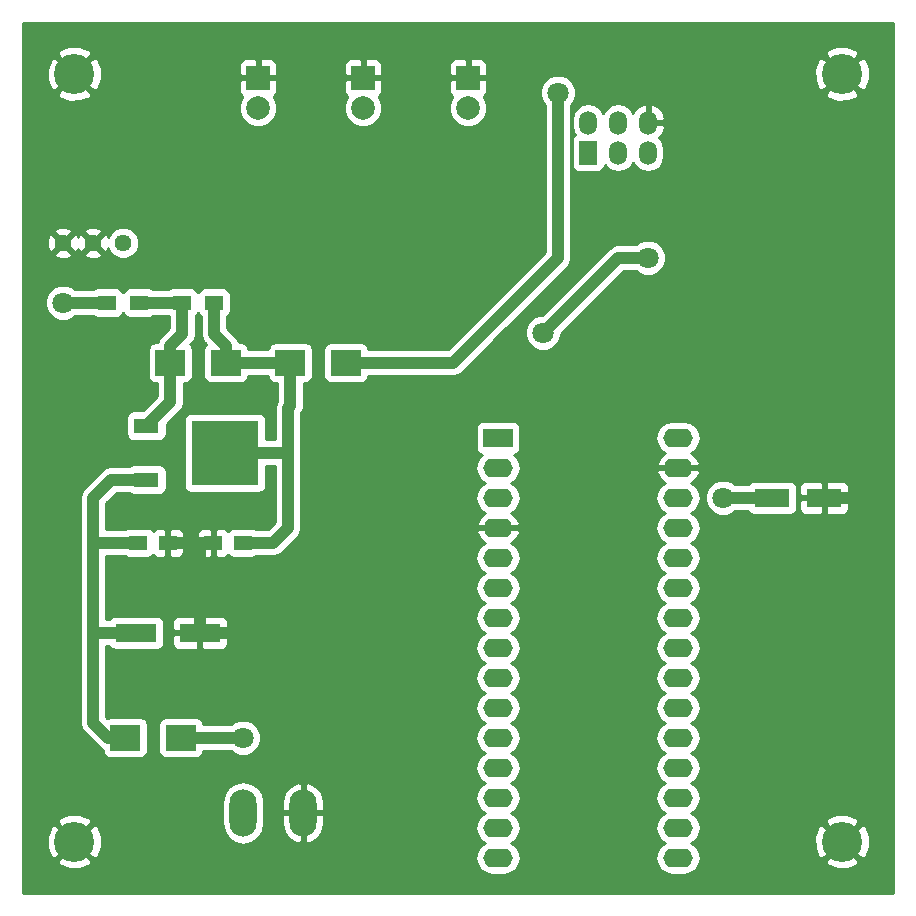
<source format=gbr>
G04 #@! TF.FileFunction,Copper,L1,Top,Signal*
%FSLAX46Y46*%
G04 Gerber Fmt 4.6, Leading zero omitted, Abs format (unit mm)*
G04 Created by KiCad (PCBNEW 4.0.7) date 04/23/18 15:12:37*
%MOMM*%
%LPD*%
G01*
G04 APERTURE LIST*
%ADD10C,0.100000*%
%ADD11R,3.500000X1.600000*%
%ADD12R,3.000000X1.600000*%
%ADD13R,1.500000X1.250000*%
%ADD14R,2.500000X2.200000*%
%ADD15R,2.000000X2.000000*%
%ADD16C,2.000000*%
%ADD17C,3.400000*%
%ADD18O,2.300000X4.000000*%
%ADD19R,1.500000X2.000000*%
%ADD20O,1.500000X2.000000*%
%ADD21R,1.500000X1.300000*%
%ADD22C,1.440000*%
%ADD23R,2.150000X1.300000*%
%ADD24R,5.700000X5.500000*%
%ADD25R,2.500000X1.600000*%
%ADD26O,2.500000X1.600000*%
%ADD27C,1.800000*%
%ADD28C,1.000000*%
%ADD29C,0.254000*%
G04 APERTURE END LIST*
D10*
D11*
X130240000Y-107310000D03*
X135640000Y-107310000D03*
D12*
X184080000Y-95880000D03*
X188480000Y-95880000D03*
D13*
X130420000Y-99690000D03*
X132920000Y-99690000D03*
X139270000Y-99690000D03*
X136770000Y-99690000D03*
D14*
X129320000Y-116200000D03*
X134020000Y-116200000D03*
X137830000Y-84450000D03*
X133130000Y-84450000D03*
X147990000Y-84450000D03*
X143290000Y-84450000D03*
D15*
X158340000Y-60320000D03*
D16*
X158340000Y-62860000D03*
D15*
X149450000Y-60320000D03*
D16*
X149450000Y-62860000D03*
D15*
X140560000Y-60320000D03*
D16*
X140560000Y-62860000D03*
D17*
X190000000Y-60000000D03*
X125000000Y-60000000D03*
X125000000Y-125000000D03*
X190000000Y-125000000D03*
D18*
X139290000Y-122550000D03*
X144370000Y-122550000D03*
D19*
X168500000Y-66670000D03*
D20*
X168500000Y-64130000D03*
X171040000Y-66670000D03*
X171040000Y-64130000D03*
X173580000Y-66670000D03*
X173580000Y-64130000D03*
D21*
X134130000Y-79370000D03*
X136830000Y-79370000D03*
X127780000Y-79370000D03*
X130480000Y-79370000D03*
D22*
X129130000Y-74290000D03*
X126590000Y-74290000D03*
X124050000Y-74290000D03*
D23*
X131100000Y-89785000D03*
D24*
X137765000Y-92070000D03*
D23*
X131100000Y-94355000D03*
D25*
X160880000Y-90800000D03*
D26*
X160880000Y-93340000D03*
X160880000Y-95880000D03*
X160880000Y-98420000D03*
X160880000Y-100960000D03*
X160880000Y-103500000D03*
X160880000Y-106040000D03*
X160880000Y-108580000D03*
X160880000Y-111120000D03*
X160880000Y-113660000D03*
X160880000Y-116200000D03*
X160880000Y-118740000D03*
X160880000Y-121280000D03*
X160880000Y-123820000D03*
X160880000Y-126360000D03*
X176120000Y-126360000D03*
X176120000Y-123820000D03*
X176120000Y-121280000D03*
X176120000Y-118740000D03*
X176120000Y-116200000D03*
X176120000Y-113660000D03*
X176120000Y-111120000D03*
X176120000Y-108580000D03*
X176120000Y-106040000D03*
X176120000Y-103500000D03*
X176120000Y-100960000D03*
X176120000Y-98420000D03*
X176120000Y-95880000D03*
X176120000Y-93340000D03*
X176120000Y-90800000D03*
D27*
X157070000Y-98420000D03*
X144370000Y-116200000D03*
X192630000Y-95880000D03*
X179930000Y-95880000D03*
X139290000Y-116200000D03*
X165960000Y-61590000D03*
X164690000Y-81910000D03*
X173580000Y-75560000D03*
X124050000Y-79370000D03*
D28*
X130420000Y-99690000D02*
X126590000Y-99690000D01*
X126590000Y-107310000D02*
X126590000Y-99690000D01*
X126590000Y-99690000D02*
X126590000Y-95880000D01*
X128115000Y-94355000D02*
X131100000Y-94355000D01*
X126590000Y-95880000D02*
X128115000Y-94355000D01*
X126590000Y-107310000D02*
X126590000Y-114930000D01*
X127860000Y-116200000D02*
X129320000Y-116200000D01*
X126590000Y-114930000D02*
X127860000Y-116200000D01*
X126590000Y-107310000D02*
X130240000Y-107310000D01*
X135640000Y-107310000D02*
X135640000Y-99690000D01*
X135640000Y-99690000D02*
X135480000Y-99690000D01*
X139290000Y-107310000D02*
X144370000Y-107310000D01*
X157070000Y-98420000D02*
X149450000Y-98420000D01*
X149450000Y-98420000D02*
X144370000Y-103500000D01*
X144370000Y-103500000D02*
X144370000Y-107310000D01*
X144370000Y-107310000D02*
X144370000Y-116200000D01*
X188480000Y-95880000D02*
X192630000Y-95880000D01*
X139290000Y-107310000D02*
X135640000Y-107310000D01*
X132920000Y-99690000D02*
X135480000Y-99690000D01*
X135480000Y-99690000D02*
X136770000Y-99690000D01*
X179930000Y-95880000D02*
X184080000Y-95880000D01*
X136830000Y-79370000D02*
X136830000Y-81990000D01*
X137830000Y-82990000D02*
X137830000Y-84450000D01*
X136830000Y-81990000D02*
X137830000Y-82990000D01*
X137830000Y-84450000D02*
X143290000Y-84450000D01*
X143290000Y-84450000D02*
X143290000Y-88070000D01*
X143100000Y-88260000D02*
X143100000Y-92070000D01*
X143290000Y-88070000D02*
X143100000Y-88260000D01*
X139270000Y-99690000D02*
X141830000Y-99690000D01*
X143100000Y-92070000D02*
X137765000Y-92070000D01*
X143100000Y-98420000D02*
X143100000Y-92070000D01*
X141830000Y-99690000D02*
X143100000Y-98420000D01*
X139290000Y-116200000D02*
X134020000Y-116200000D01*
X134130000Y-79370000D02*
X130480000Y-79370000D01*
X133130000Y-84450000D02*
X133130000Y-87755000D01*
X133130000Y-87755000D02*
X131100000Y-89785000D01*
X133130000Y-84450000D02*
X133130000Y-82990000D01*
X134130000Y-81990000D02*
X134130000Y-79370000D01*
X133130000Y-82990000D02*
X134130000Y-81990000D01*
X157070000Y-84450000D02*
X147990000Y-84450000D01*
X165960000Y-75560000D02*
X157070000Y-84450000D01*
X165960000Y-61590000D02*
X165960000Y-75560000D01*
X171040000Y-75560000D02*
X173580000Y-75560000D01*
X164690000Y-81910000D02*
X171040000Y-75560000D01*
X127780000Y-79370000D02*
X124050000Y-79370000D01*
D29*
G36*
X194315000Y-129315000D02*
X120685000Y-129315000D01*
X120685000Y-126658422D01*
X123521183Y-126658422D01*
X123705371Y-126997970D01*
X124568509Y-127341316D01*
X125497336Y-127328218D01*
X126294629Y-126997970D01*
X126478817Y-126658422D01*
X125000000Y-125179605D01*
X123521183Y-126658422D01*
X120685000Y-126658422D01*
X120685000Y-124568509D01*
X122658684Y-124568509D01*
X122671782Y-125497336D01*
X123002030Y-126294629D01*
X123341578Y-126478817D01*
X124820395Y-125000000D01*
X125179605Y-125000000D01*
X126658422Y-126478817D01*
X126997970Y-126294629D01*
X127341316Y-125431491D01*
X127328218Y-124502664D01*
X126997970Y-123705371D01*
X126658422Y-123521183D01*
X125179605Y-125000000D01*
X124820395Y-125000000D01*
X123341578Y-123521183D01*
X123002030Y-123705371D01*
X122658684Y-124568509D01*
X120685000Y-124568509D01*
X120685000Y-123341578D01*
X123521183Y-123341578D01*
X125000000Y-124820395D01*
X126478817Y-123341578D01*
X126294629Y-123002030D01*
X125431491Y-122658684D01*
X124502664Y-122671782D01*
X123705371Y-123002030D01*
X123521183Y-123341578D01*
X120685000Y-123341578D01*
X120685000Y-121648377D01*
X137505000Y-121648377D01*
X137505000Y-123451623D01*
X137640875Y-124134713D01*
X138027814Y-124713809D01*
X138606910Y-125100748D01*
X139290000Y-125236623D01*
X139973090Y-125100748D01*
X140552186Y-124713809D01*
X140939125Y-124134713D01*
X141075000Y-123451623D01*
X141075000Y-122677000D01*
X142585000Y-122677000D01*
X142585000Y-123527000D01*
X142769476Y-124200423D01*
X143197617Y-124751988D01*
X143804243Y-125097726D01*
X143966036Y-125138688D01*
X144243000Y-125021283D01*
X144243000Y-122677000D01*
X144497000Y-122677000D01*
X144497000Y-125021283D01*
X144773964Y-125138688D01*
X144935757Y-125097726D01*
X145542383Y-124751988D01*
X145970524Y-124200423D01*
X146155000Y-123527000D01*
X146155000Y-122677000D01*
X144497000Y-122677000D01*
X144243000Y-122677000D01*
X142585000Y-122677000D01*
X141075000Y-122677000D01*
X141075000Y-121648377D01*
X141060007Y-121573000D01*
X142585000Y-121573000D01*
X142585000Y-122423000D01*
X144243000Y-122423000D01*
X144243000Y-120078717D01*
X144497000Y-120078717D01*
X144497000Y-122423000D01*
X146155000Y-122423000D01*
X146155000Y-121573000D01*
X145970524Y-120899577D01*
X145542383Y-120348012D01*
X144935757Y-120002274D01*
X144773964Y-119961312D01*
X144497000Y-120078717D01*
X144243000Y-120078717D01*
X143966036Y-119961312D01*
X143804243Y-120002274D01*
X143197617Y-120348012D01*
X142769476Y-120899577D01*
X142585000Y-121573000D01*
X141060007Y-121573000D01*
X140939125Y-120965287D01*
X140552186Y-120386191D01*
X139973090Y-119999252D01*
X139290000Y-119863377D01*
X138606910Y-119999252D01*
X138027814Y-120386191D01*
X137640875Y-120965287D01*
X137505000Y-121648377D01*
X120685000Y-121648377D01*
X120685000Y-95880000D01*
X125455000Y-95880000D01*
X125455000Y-114930000D01*
X125541397Y-115364346D01*
X125787434Y-115732566D01*
X127057434Y-117002566D01*
X127422560Y-117246536D01*
X127422560Y-117300000D01*
X127466838Y-117535317D01*
X127605910Y-117751441D01*
X127818110Y-117896431D01*
X128070000Y-117947440D01*
X130570000Y-117947440D01*
X130805317Y-117903162D01*
X131021441Y-117764090D01*
X131166431Y-117551890D01*
X131217440Y-117300000D01*
X131217440Y-115100000D01*
X132122560Y-115100000D01*
X132122560Y-117300000D01*
X132166838Y-117535317D01*
X132305910Y-117751441D01*
X132518110Y-117896431D01*
X132770000Y-117947440D01*
X135270000Y-117947440D01*
X135505317Y-117903162D01*
X135721441Y-117764090D01*
X135866431Y-117551890D01*
X135910352Y-117335000D01*
X138254095Y-117335000D01*
X138419357Y-117500551D01*
X138983330Y-117734733D01*
X139593991Y-117735265D01*
X140158371Y-117502068D01*
X140590551Y-117070643D01*
X140824733Y-116506670D01*
X140825265Y-115896009D01*
X140592068Y-115331629D01*
X140160643Y-114899449D01*
X139596670Y-114665267D01*
X138986009Y-114664735D01*
X138421629Y-114897932D01*
X138254269Y-115065000D01*
X135910854Y-115065000D01*
X135873162Y-114864683D01*
X135734090Y-114648559D01*
X135521890Y-114503569D01*
X135270000Y-114452560D01*
X132770000Y-114452560D01*
X132534683Y-114496838D01*
X132318559Y-114635910D01*
X132173569Y-114848110D01*
X132122560Y-115100000D01*
X131217440Y-115100000D01*
X131173162Y-114864683D01*
X131034090Y-114648559D01*
X130821890Y-114503569D01*
X130570000Y-114452560D01*
X128070000Y-114452560D01*
X127834683Y-114496838D01*
X127790440Y-114525308D01*
X127725000Y-114459868D01*
X127725000Y-108445000D01*
X127950982Y-108445000D01*
X128025910Y-108561441D01*
X128238110Y-108706431D01*
X128490000Y-108757440D01*
X131990000Y-108757440D01*
X132225317Y-108713162D01*
X132441441Y-108574090D01*
X132586431Y-108361890D01*
X132637440Y-108110000D01*
X132637440Y-107595750D01*
X133255000Y-107595750D01*
X133255000Y-108236310D01*
X133351673Y-108469699D01*
X133530302Y-108648327D01*
X133763691Y-108745000D01*
X135354250Y-108745000D01*
X135513000Y-108586250D01*
X135513000Y-107437000D01*
X135767000Y-107437000D01*
X135767000Y-108586250D01*
X135925750Y-108745000D01*
X137516309Y-108745000D01*
X137749698Y-108648327D01*
X137928327Y-108469699D01*
X138025000Y-108236310D01*
X138025000Y-107595750D01*
X137866250Y-107437000D01*
X135767000Y-107437000D01*
X135513000Y-107437000D01*
X133413750Y-107437000D01*
X133255000Y-107595750D01*
X132637440Y-107595750D01*
X132637440Y-106510000D01*
X132613674Y-106383690D01*
X133255000Y-106383690D01*
X133255000Y-107024250D01*
X133413750Y-107183000D01*
X135513000Y-107183000D01*
X135513000Y-106033750D01*
X135767000Y-106033750D01*
X135767000Y-107183000D01*
X137866250Y-107183000D01*
X138025000Y-107024250D01*
X138025000Y-106383690D01*
X137928327Y-106150301D01*
X137749698Y-105971673D01*
X137516309Y-105875000D01*
X135925750Y-105875000D01*
X135767000Y-106033750D01*
X135513000Y-106033750D01*
X135354250Y-105875000D01*
X133763691Y-105875000D01*
X133530302Y-105971673D01*
X133351673Y-106150301D01*
X133255000Y-106383690D01*
X132613674Y-106383690D01*
X132593162Y-106274683D01*
X132454090Y-106058559D01*
X132241890Y-105913569D01*
X131990000Y-105862560D01*
X128490000Y-105862560D01*
X128254683Y-105906838D01*
X128038559Y-106045910D01*
X127950356Y-106175000D01*
X127725000Y-106175000D01*
X127725000Y-100825000D01*
X129291614Y-100825000D01*
X129418110Y-100911431D01*
X129670000Y-100962440D01*
X131170000Y-100962440D01*
X131405317Y-100918162D01*
X131621441Y-100779090D01*
X131667969Y-100710994D01*
X131810302Y-100853327D01*
X132043691Y-100950000D01*
X132634250Y-100950000D01*
X132793000Y-100791250D01*
X132793000Y-99817000D01*
X133047000Y-99817000D01*
X133047000Y-100791250D01*
X133205750Y-100950000D01*
X133796309Y-100950000D01*
X134029698Y-100853327D01*
X134208327Y-100674699D01*
X134305000Y-100441310D01*
X134305000Y-99975750D01*
X135385000Y-99975750D01*
X135385000Y-100441310D01*
X135481673Y-100674699D01*
X135660302Y-100853327D01*
X135893691Y-100950000D01*
X136484250Y-100950000D01*
X136643000Y-100791250D01*
X136643000Y-99817000D01*
X135543750Y-99817000D01*
X135385000Y-99975750D01*
X134305000Y-99975750D01*
X134146250Y-99817000D01*
X133047000Y-99817000D01*
X132793000Y-99817000D01*
X132773000Y-99817000D01*
X132773000Y-99563000D01*
X132793000Y-99563000D01*
X132793000Y-98588750D01*
X133047000Y-98588750D01*
X133047000Y-99563000D01*
X134146250Y-99563000D01*
X134305000Y-99404250D01*
X134305000Y-98938690D01*
X135385000Y-98938690D01*
X135385000Y-99404250D01*
X135543750Y-99563000D01*
X136643000Y-99563000D01*
X136643000Y-98588750D01*
X136484250Y-98430000D01*
X135893691Y-98430000D01*
X135660302Y-98526673D01*
X135481673Y-98705301D01*
X135385000Y-98938690D01*
X134305000Y-98938690D01*
X134208327Y-98705301D01*
X134029698Y-98526673D01*
X133796309Y-98430000D01*
X133205750Y-98430000D01*
X133047000Y-98588750D01*
X132793000Y-98588750D01*
X132634250Y-98430000D01*
X132043691Y-98430000D01*
X131810302Y-98526673D01*
X131669064Y-98667910D01*
X131634090Y-98613559D01*
X131421890Y-98468569D01*
X131170000Y-98417560D01*
X129670000Y-98417560D01*
X129434683Y-98461838D01*
X129289905Y-98555000D01*
X127725000Y-98555000D01*
X127725000Y-96350132D01*
X128585132Y-95490000D01*
X129610025Y-95490000D01*
X129773110Y-95601431D01*
X130025000Y-95652440D01*
X132175000Y-95652440D01*
X132410317Y-95608162D01*
X132626441Y-95469090D01*
X132771431Y-95256890D01*
X132822440Y-95005000D01*
X132822440Y-93705000D01*
X132778162Y-93469683D01*
X132639090Y-93253559D01*
X132426890Y-93108569D01*
X132175000Y-93057560D01*
X130025000Y-93057560D01*
X129789683Y-93101838D01*
X129606054Y-93220000D01*
X128115000Y-93220000D01*
X127680655Y-93306396D01*
X127312434Y-93552434D01*
X125787434Y-95077434D01*
X125541397Y-95445654D01*
X125455000Y-95880000D01*
X120685000Y-95880000D01*
X120685000Y-79673991D01*
X122514735Y-79673991D01*
X122747932Y-80238371D01*
X123179357Y-80670551D01*
X123743330Y-80904733D01*
X124353991Y-80905265D01*
X124918371Y-80672068D01*
X125085731Y-80505000D01*
X126615025Y-80505000D01*
X126778110Y-80616431D01*
X127030000Y-80667440D01*
X128530000Y-80667440D01*
X128765317Y-80623162D01*
X128981441Y-80484090D01*
X129126431Y-80271890D01*
X129129081Y-80258803D01*
X129265910Y-80471441D01*
X129478110Y-80616431D01*
X129730000Y-80667440D01*
X131230000Y-80667440D01*
X131465317Y-80623162D01*
X131648946Y-80505000D01*
X132965025Y-80505000D01*
X132995000Y-80525481D01*
X132995000Y-81519867D01*
X132327434Y-82187434D01*
X132081397Y-82555654D01*
X132052176Y-82702560D01*
X131880000Y-82702560D01*
X131644683Y-82746838D01*
X131428559Y-82885910D01*
X131283569Y-83098110D01*
X131232560Y-83350000D01*
X131232560Y-85550000D01*
X131276838Y-85785317D01*
X131415910Y-86001441D01*
X131628110Y-86146431D01*
X131880000Y-86197440D01*
X131995000Y-86197440D01*
X131995000Y-87284867D01*
X130792308Y-88487560D01*
X130025000Y-88487560D01*
X129789683Y-88531838D01*
X129573559Y-88670910D01*
X129428569Y-88883110D01*
X129377560Y-89135000D01*
X129377560Y-90435000D01*
X129421838Y-90670317D01*
X129560910Y-90886441D01*
X129773110Y-91031431D01*
X130025000Y-91082440D01*
X132175000Y-91082440D01*
X132410317Y-91038162D01*
X132626441Y-90899090D01*
X132771431Y-90686890D01*
X132822440Y-90435000D01*
X132822440Y-89667692D01*
X133932567Y-88557566D01*
X134178604Y-88189345D01*
X134265000Y-87755000D01*
X134265000Y-86197440D01*
X134380000Y-86197440D01*
X134615317Y-86153162D01*
X134831441Y-86014090D01*
X134976431Y-85801890D01*
X135027440Y-85550000D01*
X135027440Y-83350000D01*
X134983162Y-83114683D01*
X134844090Y-82898559D01*
X134833684Y-82891449D01*
X134932567Y-82792566D01*
X135178604Y-82424345D01*
X135265000Y-81990000D01*
X135265000Y-80526844D01*
X135331441Y-80484090D01*
X135476431Y-80271890D01*
X135479081Y-80258803D01*
X135615910Y-80471441D01*
X135695000Y-80525481D01*
X135695000Y-81990000D01*
X135781397Y-82424346D01*
X136001377Y-82753569D01*
X136027434Y-82792566D01*
X136125401Y-82890533D01*
X135983569Y-83098110D01*
X135932560Y-83350000D01*
X135932560Y-85550000D01*
X135976838Y-85785317D01*
X136115910Y-86001441D01*
X136328110Y-86146431D01*
X136580000Y-86197440D01*
X139080000Y-86197440D01*
X139315317Y-86153162D01*
X139531441Y-86014090D01*
X139676431Y-85801890D01*
X139720352Y-85585000D01*
X141399146Y-85585000D01*
X141436838Y-85785317D01*
X141575910Y-86001441D01*
X141788110Y-86146431D01*
X142040000Y-86197440D01*
X142155000Y-86197440D01*
X142155000Y-87670601D01*
X142051397Y-87825654D01*
X141965000Y-88260000D01*
X141965000Y-90935000D01*
X141262440Y-90935000D01*
X141262440Y-89320000D01*
X141218162Y-89084683D01*
X141079090Y-88868559D01*
X140866890Y-88723569D01*
X140615000Y-88672560D01*
X134915000Y-88672560D01*
X134679683Y-88716838D01*
X134463559Y-88855910D01*
X134318569Y-89068110D01*
X134267560Y-89320000D01*
X134267560Y-94820000D01*
X134311838Y-95055317D01*
X134450910Y-95271441D01*
X134663110Y-95416431D01*
X134915000Y-95467440D01*
X140615000Y-95467440D01*
X140850317Y-95423162D01*
X141066441Y-95284090D01*
X141211431Y-95071890D01*
X141262440Y-94820000D01*
X141262440Y-93205000D01*
X141965000Y-93205000D01*
X141965000Y-97949868D01*
X141359868Y-98555000D01*
X140398386Y-98555000D01*
X140271890Y-98468569D01*
X140020000Y-98417560D01*
X138520000Y-98417560D01*
X138284683Y-98461838D01*
X138068559Y-98600910D01*
X138022031Y-98669006D01*
X137879698Y-98526673D01*
X137646309Y-98430000D01*
X137055750Y-98430000D01*
X136897000Y-98588750D01*
X136897000Y-99563000D01*
X136917000Y-99563000D01*
X136917000Y-99817000D01*
X136897000Y-99817000D01*
X136897000Y-100791250D01*
X137055750Y-100950000D01*
X137646309Y-100950000D01*
X137879698Y-100853327D01*
X138020936Y-100712090D01*
X138055910Y-100766441D01*
X138268110Y-100911431D01*
X138520000Y-100962440D01*
X140020000Y-100962440D01*
X140032967Y-100960000D01*
X158958071Y-100960000D01*
X159067304Y-101509151D01*
X159378373Y-101974698D01*
X159760459Y-102230000D01*
X159378373Y-102485302D01*
X159067304Y-102950849D01*
X158958071Y-103500000D01*
X159067304Y-104049151D01*
X159378373Y-104514698D01*
X159760459Y-104770000D01*
X159378373Y-105025302D01*
X159067304Y-105490849D01*
X158958071Y-106040000D01*
X159067304Y-106589151D01*
X159378373Y-107054698D01*
X159760459Y-107310000D01*
X159378373Y-107565302D01*
X159067304Y-108030849D01*
X158958071Y-108580000D01*
X159067304Y-109129151D01*
X159378373Y-109594698D01*
X159760459Y-109850000D01*
X159378373Y-110105302D01*
X159067304Y-110570849D01*
X158958071Y-111120000D01*
X159067304Y-111669151D01*
X159378373Y-112134698D01*
X159760459Y-112390000D01*
X159378373Y-112645302D01*
X159067304Y-113110849D01*
X158958071Y-113660000D01*
X159067304Y-114209151D01*
X159378373Y-114674698D01*
X159760459Y-114930000D01*
X159378373Y-115185302D01*
X159067304Y-115650849D01*
X158958071Y-116200000D01*
X159067304Y-116749151D01*
X159378373Y-117214698D01*
X159760459Y-117470000D01*
X159378373Y-117725302D01*
X159067304Y-118190849D01*
X158958071Y-118740000D01*
X159067304Y-119289151D01*
X159378373Y-119754698D01*
X159760459Y-120010000D01*
X159378373Y-120265302D01*
X159067304Y-120730849D01*
X158958071Y-121280000D01*
X159067304Y-121829151D01*
X159378373Y-122294698D01*
X159760459Y-122550000D01*
X159378373Y-122805302D01*
X159067304Y-123270849D01*
X158958071Y-123820000D01*
X159067304Y-124369151D01*
X159378373Y-124834698D01*
X159760459Y-125090000D01*
X159378373Y-125345302D01*
X159067304Y-125810849D01*
X158958071Y-126360000D01*
X159067304Y-126909151D01*
X159378373Y-127374698D01*
X159843920Y-127685767D01*
X160393071Y-127795000D01*
X161366929Y-127795000D01*
X161916080Y-127685767D01*
X162381627Y-127374698D01*
X162692696Y-126909151D01*
X162801929Y-126360000D01*
X162692696Y-125810849D01*
X162381627Y-125345302D01*
X161999541Y-125090000D01*
X162381627Y-124834698D01*
X162692696Y-124369151D01*
X162801929Y-123820000D01*
X162692696Y-123270849D01*
X162381627Y-122805302D01*
X161999541Y-122550000D01*
X162381627Y-122294698D01*
X162692696Y-121829151D01*
X162801929Y-121280000D01*
X162692696Y-120730849D01*
X162381627Y-120265302D01*
X161999541Y-120010000D01*
X162381627Y-119754698D01*
X162692696Y-119289151D01*
X162801929Y-118740000D01*
X162692696Y-118190849D01*
X162381627Y-117725302D01*
X161999541Y-117470000D01*
X162381627Y-117214698D01*
X162692696Y-116749151D01*
X162801929Y-116200000D01*
X162692696Y-115650849D01*
X162381627Y-115185302D01*
X161999541Y-114930000D01*
X162381627Y-114674698D01*
X162692696Y-114209151D01*
X162801929Y-113660000D01*
X162692696Y-113110849D01*
X162381627Y-112645302D01*
X161999541Y-112390000D01*
X162381627Y-112134698D01*
X162692696Y-111669151D01*
X162801929Y-111120000D01*
X162692696Y-110570849D01*
X162381627Y-110105302D01*
X161999541Y-109850000D01*
X162381627Y-109594698D01*
X162692696Y-109129151D01*
X162801929Y-108580000D01*
X162692696Y-108030849D01*
X162381627Y-107565302D01*
X161999541Y-107310000D01*
X162381627Y-107054698D01*
X162692696Y-106589151D01*
X162801929Y-106040000D01*
X162692696Y-105490849D01*
X162381627Y-105025302D01*
X161999541Y-104770000D01*
X162381627Y-104514698D01*
X162692696Y-104049151D01*
X162801929Y-103500000D01*
X162692696Y-102950849D01*
X162381627Y-102485302D01*
X161999541Y-102230000D01*
X162381627Y-101974698D01*
X162692696Y-101509151D01*
X162801929Y-100960000D01*
X162692696Y-100410849D01*
X162381627Y-99945302D01*
X162002738Y-99692136D01*
X162434500Y-99344896D01*
X162704367Y-98851819D01*
X162721904Y-98769039D01*
X162599915Y-98547000D01*
X161007000Y-98547000D01*
X161007000Y-98567000D01*
X160753000Y-98567000D01*
X160753000Y-98547000D01*
X159160085Y-98547000D01*
X159038096Y-98769039D01*
X159055633Y-98851819D01*
X159325500Y-99344896D01*
X159757262Y-99692136D01*
X159378373Y-99945302D01*
X159067304Y-100410849D01*
X158958071Y-100960000D01*
X140032967Y-100960000D01*
X140255317Y-100918162D01*
X140400095Y-100825000D01*
X141830000Y-100825000D01*
X142264346Y-100738603D01*
X142632566Y-100492566D01*
X143902566Y-99222566D01*
X144007848Y-99065000D01*
X144148603Y-98854346D01*
X144235000Y-98420000D01*
X144235000Y-93340000D01*
X158958071Y-93340000D01*
X159067304Y-93889151D01*
X159378373Y-94354698D01*
X159760459Y-94610000D01*
X159378373Y-94865302D01*
X159067304Y-95330849D01*
X158958071Y-95880000D01*
X159067304Y-96429151D01*
X159378373Y-96894698D01*
X159757262Y-97147864D01*
X159325500Y-97495104D01*
X159055633Y-97988181D01*
X159038096Y-98070961D01*
X159160085Y-98293000D01*
X160753000Y-98293000D01*
X160753000Y-98273000D01*
X161007000Y-98273000D01*
X161007000Y-98293000D01*
X162599915Y-98293000D01*
X162721904Y-98070961D01*
X162704367Y-97988181D01*
X162434500Y-97495104D01*
X162002738Y-97147864D01*
X162381627Y-96894698D01*
X162692696Y-96429151D01*
X162801929Y-95880000D01*
X174198071Y-95880000D01*
X174307304Y-96429151D01*
X174618373Y-96894698D01*
X175000459Y-97150000D01*
X174618373Y-97405302D01*
X174307304Y-97870849D01*
X174198071Y-98420000D01*
X174307304Y-98969151D01*
X174618373Y-99434698D01*
X175000459Y-99690000D01*
X174618373Y-99945302D01*
X174307304Y-100410849D01*
X174198071Y-100960000D01*
X174307304Y-101509151D01*
X174618373Y-101974698D01*
X175000459Y-102230000D01*
X174618373Y-102485302D01*
X174307304Y-102950849D01*
X174198071Y-103500000D01*
X174307304Y-104049151D01*
X174618373Y-104514698D01*
X175000459Y-104770000D01*
X174618373Y-105025302D01*
X174307304Y-105490849D01*
X174198071Y-106040000D01*
X174307304Y-106589151D01*
X174618373Y-107054698D01*
X175000459Y-107310000D01*
X174618373Y-107565302D01*
X174307304Y-108030849D01*
X174198071Y-108580000D01*
X174307304Y-109129151D01*
X174618373Y-109594698D01*
X175000459Y-109850000D01*
X174618373Y-110105302D01*
X174307304Y-110570849D01*
X174198071Y-111120000D01*
X174307304Y-111669151D01*
X174618373Y-112134698D01*
X175000459Y-112390000D01*
X174618373Y-112645302D01*
X174307304Y-113110849D01*
X174198071Y-113660000D01*
X174307304Y-114209151D01*
X174618373Y-114674698D01*
X175000459Y-114930000D01*
X174618373Y-115185302D01*
X174307304Y-115650849D01*
X174198071Y-116200000D01*
X174307304Y-116749151D01*
X174618373Y-117214698D01*
X175000459Y-117470000D01*
X174618373Y-117725302D01*
X174307304Y-118190849D01*
X174198071Y-118740000D01*
X174307304Y-119289151D01*
X174618373Y-119754698D01*
X175000459Y-120010000D01*
X174618373Y-120265302D01*
X174307304Y-120730849D01*
X174198071Y-121280000D01*
X174307304Y-121829151D01*
X174618373Y-122294698D01*
X175000459Y-122550000D01*
X174618373Y-122805302D01*
X174307304Y-123270849D01*
X174198071Y-123820000D01*
X174307304Y-124369151D01*
X174618373Y-124834698D01*
X175000459Y-125090000D01*
X174618373Y-125345302D01*
X174307304Y-125810849D01*
X174198071Y-126360000D01*
X174307304Y-126909151D01*
X174618373Y-127374698D01*
X175083920Y-127685767D01*
X175633071Y-127795000D01*
X176606929Y-127795000D01*
X177156080Y-127685767D01*
X177621627Y-127374698D01*
X177932696Y-126909151D01*
X177982569Y-126658422D01*
X188521183Y-126658422D01*
X188705371Y-126997970D01*
X189568509Y-127341316D01*
X190497336Y-127328218D01*
X191294629Y-126997970D01*
X191478817Y-126658422D01*
X190000000Y-125179605D01*
X188521183Y-126658422D01*
X177982569Y-126658422D01*
X178041929Y-126360000D01*
X177932696Y-125810849D01*
X177621627Y-125345302D01*
X177239541Y-125090000D01*
X177621627Y-124834698D01*
X177799489Y-124568509D01*
X187658684Y-124568509D01*
X187671782Y-125497336D01*
X188002030Y-126294629D01*
X188341578Y-126478817D01*
X189820395Y-125000000D01*
X190179605Y-125000000D01*
X191658422Y-126478817D01*
X191997970Y-126294629D01*
X192341316Y-125431491D01*
X192328218Y-124502664D01*
X191997970Y-123705371D01*
X191658422Y-123521183D01*
X190179605Y-125000000D01*
X189820395Y-125000000D01*
X188341578Y-123521183D01*
X188002030Y-123705371D01*
X187658684Y-124568509D01*
X177799489Y-124568509D01*
X177932696Y-124369151D01*
X178041929Y-123820000D01*
X177946765Y-123341578D01*
X188521183Y-123341578D01*
X190000000Y-124820395D01*
X191478817Y-123341578D01*
X191294629Y-123002030D01*
X190431491Y-122658684D01*
X189502664Y-122671782D01*
X188705371Y-123002030D01*
X188521183Y-123341578D01*
X177946765Y-123341578D01*
X177932696Y-123270849D01*
X177621627Y-122805302D01*
X177239541Y-122550000D01*
X177621627Y-122294698D01*
X177932696Y-121829151D01*
X178041929Y-121280000D01*
X177932696Y-120730849D01*
X177621627Y-120265302D01*
X177239541Y-120010000D01*
X177621627Y-119754698D01*
X177932696Y-119289151D01*
X178041929Y-118740000D01*
X177932696Y-118190849D01*
X177621627Y-117725302D01*
X177239541Y-117470000D01*
X177621627Y-117214698D01*
X177932696Y-116749151D01*
X178041929Y-116200000D01*
X177932696Y-115650849D01*
X177621627Y-115185302D01*
X177239541Y-114930000D01*
X177621627Y-114674698D01*
X177932696Y-114209151D01*
X178041929Y-113660000D01*
X177932696Y-113110849D01*
X177621627Y-112645302D01*
X177239541Y-112390000D01*
X177621627Y-112134698D01*
X177932696Y-111669151D01*
X178041929Y-111120000D01*
X177932696Y-110570849D01*
X177621627Y-110105302D01*
X177239541Y-109850000D01*
X177621627Y-109594698D01*
X177932696Y-109129151D01*
X178041929Y-108580000D01*
X177932696Y-108030849D01*
X177621627Y-107565302D01*
X177239541Y-107310000D01*
X177621627Y-107054698D01*
X177932696Y-106589151D01*
X178041929Y-106040000D01*
X177932696Y-105490849D01*
X177621627Y-105025302D01*
X177239541Y-104770000D01*
X177621627Y-104514698D01*
X177932696Y-104049151D01*
X178041929Y-103500000D01*
X177932696Y-102950849D01*
X177621627Y-102485302D01*
X177239541Y-102230000D01*
X177621627Y-101974698D01*
X177932696Y-101509151D01*
X178041929Y-100960000D01*
X177932696Y-100410849D01*
X177621627Y-99945302D01*
X177239541Y-99690000D01*
X177621627Y-99434698D01*
X177932696Y-98969151D01*
X178041929Y-98420000D01*
X177932696Y-97870849D01*
X177621627Y-97405302D01*
X177239541Y-97150000D01*
X177621627Y-96894698D01*
X177932696Y-96429151D01*
X177981461Y-96183991D01*
X178394735Y-96183991D01*
X178627932Y-96748371D01*
X179059357Y-97180551D01*
X179623330Y-97414733D01*
X180233991Y-97415265D01*
X180798371Y-97182068D01*
X180965731Y-97015000D01*
X182040982Y-97015000D01*
X182115910Y-97131441D01*
X182328110Y-97276431D01*
X182580000Y-97327440D01*
X185580000Y-97327440D01*
X185815317Y-97283162D01*
X186031441Y-97144090D01*
X186176431Y-96931890D01*
X186227440Y-96680000D01*
X186227440Y-96165750D01*
X186345000Y-96165750D01*
X186345000Y-96806310D01*
X186441673Y-97039699D01*
X186620302Y-97218327D01*
X186853691Y-97315000D01*
X188194250Y-97315000D01*
X188353000Y-97156250D01*
X188353000Y-96007000D01*
X188607000Y-96007000D01*
X188607000Y-97156250D01*
X188765750Y-97315000D01*
X190106309Y-97315000D01*
X190339698Y-97218327D01*
X190518327Y-97039699D01*
X190615000Y-96806310D01*
X190615000Y-96165750D01*
X190456250Y-96007000D01*
X188607000Y-96007000D01*
X188353000Y-96007000D01*
X186503750Y-96007000D01*
X186345000Y-96165750D01*
X186227440Y-96165750D01*
X186227440Y-95080000D01*
X186203674Y-94953690D01*
X186345000Y-94953690D01*
X186345000Y-95594250D01*
X186503750Y-95753000D01*
X188353000Y-95753000D01*
X188353000Y-94603750D01*
X188607000Y-94603750D01*
X188607000Y-95753000D01*
X190456250Y-95753000D01*
X190615000Y-95594250D01*
X190615000Y-94953690D01*
X190518327Y-94720301D01*
X190339698Y-94541673D01*
X190106309Y-94445000D01*
X188765750Y-94445000D01*
X188607000Y-94603750D01*
X188353000Y-94603750D01*
X188194250Y-94445000D01*
X186853691Y-94445000D01*
X186620302Y-94541673D01*
X186441673Y-94720301D01*
X186345000Y-94953690D01*
X186203674Y-94953690D01*
X186183162Y-94844683D01*
X186044090Y-94628559D01*
X185831890Y-94483569D01*
X185580000Y-94432560D01*
X182580000Y-94432560D01*
X182344683Y-94476838D01*
X182128559Y-94615910D01*
X182040356Y-94745000D01*
X180965905Y-94745000D01*
X180800643Y-94579449D01*
X180236670Y-94345267D01*
X179626009Y-94344735D01*
X179061629Y-94577932D01*
X178629449Y-95009357D01*
X178395267Y-95573330D01*
X178394735Y-96183991D01*
X177981461Y-96183991D01*
X178041929Y-95880000D01*
X177932696Y-95330849D01*
X177621627Y-94865302D01*
X177242738Y-94612136D01*
X177674500Y-94264896D01*
X177944367Y-93771819D01*
X177961904Y-93689039D01*
X177839915Y-93467000D01*
X176247000Y-93467000D01*
X176247000Y-93487000D01*
X175993000Y-93487000D01*
X175993000Y-93467000D01*
X174400085Y-93467000D01*
X174278096Y-93689039D01*
X174295633Y-93771819D01*
X174565500Y-94264896D01*
X174997262Y-94612136D01*
X174618373Y-94865302D01*
X174307304Y-95330849D01*
X174198071Y-95880000D01*
X162801929Y-95880000D01*
X162692696Y-95330849D01*
X162381627Y-94865302D01*
X161999541Y-94610000D01*
X162381627Y-94354698D01*
X162692696Y-93889151D01*
X162801929Y-93340000D01*
X162692696Y-92790849D01*
X162381627Y-92325302D01*
X162235413Y-92227605D01*
X162365317Y-92203162D01*
X162581441Y-92064090D01*
X162726431Y-91851890D01*
X162777440Y-91600000D01*
X162777440Y-90800000D01*
X174198071Y-90800000D01*
X174307304Y-91349151D01*
X174618373Y-91814698D01*
X174997262Y-92067864D01*
X174565500Y-92415104D01*
X174295633Y-92908181D01*
X174278096Y-92990961D01*
X174400085Y-93213000D01*
X175993000Y-93213000D01*
X175993000Y-93193000D01*
X176247000Y-93193000D01*
X176247000Y-93213000D01*
X177839915Y-93213000D01*
X177961904Y-92990961D01*
X177944367Y-92908181D01*
X177674500Y-92415104D01*
X177242738Y-92067864D01*
X177621627Y-91814698D01*
X177932696Y-91349151D01*
X178041929Y-90800000D01*
X177932696Y-90250849D01*
X177621627Y-89785302D01*
X177156080Y-89474233D01*
X176606929Y-89365000D01*
X175633071Y-89365000D01*
X175083920Y-89474233D01*
X174618373Y-89785302D01*
X174307304Y-90250849D01*
X174198071Y-90800000D01*
X162777440Y-90800000D01*
X162777440Y-90000000D01*
X162733162Y-89764683D01*
X162594090Y-89548559D01*
X162381890Y-89403569D01*
X162130000Y-89352560D01*
X159630000Y-89352560D01*
X159394683Y-89396838D01*
X159178559Y-89535910D01*
X159033569Y-89748110D01*
X158982560Y-90000000D01*
X158982560Y-91600000D01*
X159026838Y-91835317D01*
X159165910Y-92051441D01*
X159378110Y-92196431D01*
X159526323Y-92226445D01*
X159378373Y-92325302D01*
X159067304Y-92790849D01*
X158958071Y-93340000D01*
X144235000Y-93340000D01*
X144235000Y-88659399D01*
X144338604Y-88504345D01*
X144425000Y-88070000D01*
X144425000Y-86197440D01*
X144540000Y-86197440D01*
X144775317Y-86153162D01*
X144991441Y-86014090D01*
X145136431Y-85801890D01*
X145187440Y-85550000D01*
X145187440Y-83350000D01*
X146092560Y-83350000D01*
X146092560Y-85550000D01*
X146136838Y-85785317D01*
X146275910Y-86001441D01*
X146488110Y-86146431D01*
X146740000Y-86197440D01*
X149240000Y-86197440D01*
X149475317Y-86153162D01*
X149691441Y-86014090D01*
X149836431Y-85801890D01*
X149880352Y-85585000D01*
X157070000Y-85585000D01*
X157504346Y-85498603D01*
X157872566Y-85252566D01*
X160911141Y-82213991D01*
X163154735Y-82213991D01*
X163387932Y-82778371D01*
X163819357Y-83210551D01*
X164383330Y-83444733D01*
X164993991Y-83445265D01*
X165558371Y-83212068D01*
X165990551Y-82780643D01*
X166224733Y-82216670D01*
X166224939Y-81980193D01*
X171510132Y-76695000D01*
X172544095Y-76695000D01*
X172709357Y-76860551D01*
X173273330Y-77094733D01*
X173883991Y-77095265D01*
X174448371Y-76862068D01*
X174880551Y-76430643D01*
X175114733Y-75866670D01*
X175115265Y-75256009D01*
X174882068Y-74691629D01*
X174450643Y-74259449D01*
X173886670Y-74025267D01*
X173276009Y-74024735D01*
X172711629Y-74257932D01*
X172544269Y-74425000D01*
X171040000Y-74425000D01*
X170605654Y-74511397D01*
X170335918Y-74691629D01*
X170237434Y-74757434D01*
X164619929Y-80374939D01*
X164386009Y-80374735D01*
X163821629Y-80607932D01*
X163389449Y-81039357D01*
X163155267Y-81603330D01*
X163154735Y-82213991D01*
X160911141Y-82213991D01*
X166762567Y-76362566D01*
X167008604Y-75994345D01*
X167095000Y-75560000D01*
X167095000Y-65670000D01*
X167102560Y-65670000D01*
X167102560Y-67670000D01*
X167146838Y-67905317D01*
X167285910Y-68121441D01*
X167498110Y-68266431D01*
X167750000Y-68317440D01*
X169250000Y-68317440D01*
X169485317Y-68273162D01*
X169701441Y-68134090D01*
X169846431Y-67921890D01*
X169894782Y-67683126D01*
X170060657Y-67931375D01*
X170509983Y-68231605D01*
X171040000Y-68337032D01*
X171570017Y-68231605D01*
X172019343Y-67931375D01*
X172310000Y-67496376D01*
X172600657Y-67931375D01*
X173049983Y-68231605D01*
X173580000Y-68337032D01*
X174110017Y-68231605D01*
X174559343Y-67931375D01*
X174859573Y-67482049D01*
X174965000Y-66952032D01*
X174965000Y-66387968D01*
X174859573Y-65857951D01*
X174559343Y-65408625D01*
X174530446Y-65389317D01*
X174829964Y-65001721D01*
X174972739Y-64476055D01*
X174811868Y-64257000D01*
X173707000Y-64257000D01*
X173707000Y-64277000D01*
X173453000Y-64277000D01*
X173453000Y-64257000D01*
X173433000Y-64257000D01*
X173433000Y-64003000D01*
X173453000Y-64003000D01*
X173453000Y-62660344D01*
X173707000Y-62660344D01*
X173707000Y-64003000D01*
X174811868Y-64003000D01*
X174972739Y-63783945D01*
X174829964Y-63258279D01*
X174496894Y-62827264D01*
X174024235Y-62556519D01*
X173921185Y-62537682D01*
X173707000Y-62660344D01*
X173453000Y-62660344D01*
X173238815Y-62537682D01*
X173135765Y-62556519D01*
X172663106Y-62827264D01*
X172330036Y-63258279D01*
X172315489Y-63311839D01*
X172019343Y-62868625D01*
X171570017Y-62568395D01*
X171040000Y-62462968D01*
X170509983Y-62568395D01*
X170060657Y-62868625D01*
X169770000Y-63303624D01*
X169479343Y-62868625D01*
X169030017Y-62568395D01*
X168500000Y-62462968D01*
X167969983Y-62568395D01*
X167520657Y-62868625D01*
X167220427Y-63317951D01*
X167115000Y-63847968D01*
X167115000Y-64412032D01*
X167220427Y-64942049D01*
X167367214Y-65161732D01*
X167298559Y-65205910D01*
X167153569Y-65418110D01*
X167102560Y-65670000D01*
X167095000Y-65670000D01*
X167095000Y-62625905D01*
X167260551Y-62460643D01*
X167494733Y-61896670D01*
X167494940Y-61658422D01*
X188521183Y-61658422D01*
X188705371Y-61997970D01*
X189568509Y-62341316D01*
X190497336Y-62328218D01*
X191294629Y-61997970D01*
X191478817Y-61658422D01*
X190000000Y-60179605D01*
X188521183Y-61658422D01*
X167494940Y-61658422D01*
X167495265Y-61286009D01*
X167262068Y-60721629D01*
X166830643Y-60289449D01*
X166266670Y-60055267D01*
X165656009Y-60054735D01*
X165091629Y-60287932D01*
X164659449Y-60719357D01*
X164425267Y-61283330D01*
X164424735Y-61893991D01*
X164657932Y-62458371D01*
X164825000Y-62625731D01*
X164825000Y-75089867D01*
X156599868Y-83315000D01*
X149880854Y-83315000D01*
X149843162Y-83114683D01*
X149704090Y-82898559D01*
X149491890Y-82753569D01*
X149240000Y-82702560D01*
X146740000Y-82702560D01*
X146504683Y-82746838D01*
X146288559Y-82885910D01*
X146143569Y-83098110D01*
X146092560Y-83350000D01*
X145187440Y-83350000D01*
X145143162Y-83114683D01*
X145004090Y-82898559D01*
X144791890Y-82753569D01*
X144540000Y-82702560D01*
X142040000Y-82702560D01*
X141804683Y-82746838D01*
X141588559Y-82885910D01*
X141443569Y-83098110D01*
X141399648Y-83315000D01*
X139720854Y-83315000D01*
X139683162Y-83114683D01*
X139544090Y-82898559D01*
X139331890Y-82753569D01*
X139080000Y-82702560D01*
X138907825Y-82702560D01*
X138878604Y-82555655D01*
X138632567Y-82187434D01*
X137965000Y-81519868D01*
X137965000Y-80526844D01*
X138031441Y-80484090D01*
X138176431Y-80271890D01*
X138227440Y-80020000D01*
X138227440Y-78720000D01*
X138183162Y-78484683D01*
X138044090Y-78268559D01*
X137831890Y-78123569D01*
X137580000Y-78072560D01*
X136080000Y-78072560D01*
X135844683Y-78116838D01*
X135628559Y-78255910D01*
X135483569Y-78468110D01*
X135480919Y-78481197D01*
X135344090Y-78268559D01*
X135131890Y-78123569D01*
X134880000Y-78072560D01*
X133380000Y-78072560D01*
X133144683Y-78116838D01*
X132961054Y-78235000D01*
X131644975Y-78235000D01*
X131481890Y-78123569D01*
X131230000Y-78072560D01*
X129730000Y-78072560D01*
X129494683Y-78116838D01*
X129278559Y-78255910D01*
X129133569Y-78468110D01*
X129130919Y-78481197D01*
X128994090Y-78268559D01*
X128781890Y-78123569D01*
X128530000Y-78072560D01*
X127030000Y-78072560D01*
X126794683Y-78116838D01*
X126611054Y-78235000D01*
X125085905Y-78235000D01*
X124920643Y-78069449D01*
X124356670Y-77835267D01*
X123746009Y-77834735D01*
X123181629Y-78067932D01*
X122749449Y-78499357D01*
X122515267Y-79063330D01*
X122514735Y-79673991D01*
X120685000Y-79673991D01*
X120685000Y-75239774D01*
X123279831Y-75239774D01*
X123344131Y-75477611D01*
X123852342Y-75657333D01*
X124390644Y-75628892D01*
X124755869Y-75477611D01*
X124820169Y-75239774D01*
X125819831Y-75239774D01*
X125884131Y-75477611D01*
X126392342Y-75657333D01*
X126930644Y-75628892D01*
X127295869Y-75477611D01*
X127360169Y-75239774D01*
X126590000Y-74469605D01*
X125819831Y-75239774D01*
X124820169Y-75239774D01*
X124050000Y-74469605D01*
X123279831Y-75239774D01*
X120685000Y-75239774D01*
X120685000Y-74092342D01*
X122682667Y-74092342D01*
X122711108Y-74630644D01*
X122862389Y-74995869D01*
X123100226Y-75060169D01*
X123870395Y-74290000D01*
X124229605Y-74290000D01*
X124999774Y-75060169D01*
X125237611Y-74995869D01*
X125313500Y-74781272D01*
X125402389Y-74995869D01*
X125640226Y-75060169D01*
X126410395Y-74290000D01*
X126769605Y-74290000D01*
X127539774Y-75060169D01*
X127777611Y-74995869D01*
X127859669Y-74763828D01*
X127980617Y-75056543D01*
X128361452Y-75438043D01*
X128859291Y-75644764D01*
X129398344Y-75645235D01*
X129896543Y-75439383D01*
X130278043Y-75058548D01*
X130484764Y-74560709D01*
X130485235Y-74021656D01*
X130279383Y-73523457D01*
X129898548Y-73141957D01*
X129400709Y-72935236D01*
X128861656Y-72934765D01*
X128363457Y-73140617D01*
X127981957Y-73521452D01*
X127866661Y-73799116D01*
X127777611Y-73584131D01*
X127539774Y-73519831D01*
X126769605Y-74290000D01*
X126410395Y-74290000D01*
X125640226Y-73519831D01*
X125402389Y-73584131D01*
X125326500Y-73798728D01*
X125237611Y-73584131D01*
X124999774Y-73519831D01*
X124229605Y-74290000D01*
X123870395Y-74290000D01*
X123100226Y-73519831D01*
X122862389Y-73584131D01*
X122682667Y-74092342D01*
X120685000Y-74092342D01*
X120685000Y-73340226D01*
X123279831Y-73340226D01*
X124050000Y-74110395D01*
X124820169Y-73340226D01*
X125819831Y-73340226D01*
X126590000Y-74110395D01*
X127360169Y-73340226D01*
X127295869Y-73102389D01*
X126787658Y-72922667D01*
X126249356Y-72951108D01*
X125884131Y-73102389D01*
X125819831Y-73340226D01*
X124820169Y-73340226D01*
X124755869Y-73102389D01*
X124247658Y-72922667D01*
X123709356Y-72951108D01*
X123344131Y-73102389D01*
X123279831Y-73340226D01*
X120685000Y-73340226D01*
X120685000Y-63183795D01*
X138924716Y-63183795D01*
X139173106Y-63784943D01*
X139632637Y-64245278D01*
X140233352Y-64494716D01*
X140883795Y-64495284D01*
X141484943Y-64246894D01*
X141945278Y-63787363D01*
X142194716Y-63186648D01*
X142194718Y-63183795D01*
X147814716Y-63183795D01*
X148063106Y-63784943D01*
X148522637Y-64245278D01*
X149123352Y-64494716D01*
X149773795Y-64495284D01*
X150374943Y-64246894D01*
X150835278Y-63787363D01*
X151084716Y-63186648D01*
X151084718Y-63183795D01*
X156704716Y-63183795D01*
X156953106Y-63784943D01*
X157412637Y-64245278D01*
X158013352Y-64494716D01*
X158663795Y-64495284D01*
X159264943Y-64246894D01*
X159725278Y-63787363D01*
X159974716Y-63186648D01*
X159975284Y-62536205D01*
X159726894Y-61935057D01*
X159664749Y-61872804D01*
X159699699Y-61858327D01*
X159878327Y-61679698D01*
X159975000Y-61446309D01*
X159975000Y-60605750D01*
X159816250Y-60447000D01*
X158467000Y-60447000D01*
X158467000Y-60467000D01*
X158213000Y-60467000D01*
X158213000Y-60447000D01*
X156863750Y-60447000D01*
X156705000Y-60605750D01*
X156705000Y-61446309D01*
X156801673Y-61679698D01*
X156980301Y-61858327D01*
X157014833Y-61872631D01*
X156954722Y-61932637D01*
X156705284Y-62533352D01*
X156704716Y-63183795D01*
X151084718Y-63183795D01*
X151085284Y-62536205D01*
X150836894Y-61935057D01*
X150774749Y-61872804D01*
X150809699Y-61858327D01*
X150988327Y-61679698D01*
X151085000Y-61446309D01*
X151085000Y-60605750D01*
X150926250Y-60447000D01*
X149577000Y-60447000D01*
X149577000Y-60467000D01*
X149323000Y-60467000D01*
X149323000Y-60447000D01*
X147973750Y-60447000D01*
X147815000Y-60605750D01*
X147815000Y-61446309D01*
X147911673Y-61679698D01*
X148090301Y-61858327D01*
X148124833Y-61872631D01*
X148064722Y-61932637D01*
X147815284Y-62533352D01*
X147814716Y-63183795D01*
X142194718Y-63183795D01*
X142195284Y-62536205D01*
X141946894Y-61935057D01*
X141884749Y-61872804D01*
X141919699Y-61858327D01*
X142098327Y-61679698D01*
X142195000Y-61446309D01*
X142195000Y-60605750D01*
X142036250Y-60447000D01*
X140687000Y-60447000D01*
X140687000Y-60467000D01*
X140433000Y-60467000D01*
X140433000Y-60447000D01*
X139083750Y-60447000D01*
X138925000Y-60605750D01*
X138925000Y-61446309D01*
X139021673Y-61679698D01*
X139200301Y-61858327D01*
X139234833Y-61872631D01*
X139174722Y-61932637D01*
X138925284Y-62533352D01*
X138924716Y-63183795D01*
X120685000Y-63183795D01*
X120685000Y-61658422D01*
X123521183Y-61658422D01*
X123705371Y-61997970D01*
X124568509Y-62341316D01*
X125497336Y-62328218D01*
X126294629Y-61997970D01*
X126478817Y-61658422D01*
X125000000Y-60179605D01*
X123521183Y-61658422D01*
X120685000Y-61658422D01*
X120685000Y-59568509D01*
X122658684Y-59568509D01*
X122671782Y-60497336D01*
X123002030Y-61294629D01*
X123341578Y-61478817D01*
X124820395Y-60000000D01*
X125179605Y-60000000D01*
X126658422Y-61478817D01*
X126997970Y-61294629D01*
X127341316Y-60431491D01*
X127328218Y-59502664D01*
X127200238Y-59193691D01*
X138925000Y-59193691D01*
X138925000Y-60034250D01*
X139083750Y-60193000D01*
X140433000Y-60193000D01*
X140433000Y-58843750D01*
X140687000Y-58843750D01*
X140687000Y-60193000D01*
X142036250Y-60193000D01*
X142195000Y-60034250D01*
X142195000Y-59193691D01*
X147815000Y-59193691D01*
X147815000Y-60034250D01*
X147973750Y-60193000D01*
X149323000Y-60193000D01*
X149323000Y-58843750D01*
X149577000Y-58843750D01*
X149577000Y-60193000D01*
X150926250Y-60193000D01*
X151085000Y-60034250D01*
X151085000Y-59193691D01*
X156705000Y-59193691D01*
X156705000Y-60034250D01*
X156863750Y-60193000D01*
X158213000Y-60193000D01*
X158213000Y-58843750D01*
X158467000Y-58843750D01*
X158467000Y-60193000D01*
X159816250Y-60193000D01*
X159975000Y-60034250D01*
X159975000Y-59568509D01*
X187658684Y-59568509D01*
X187671782Y-60497336D01*
X188002030Y-61294629D01*
X188341578Y-61478817D01*
X189820395Y-60000000D01*
X190179605Y-60000000D01*
X191658422Y-61478817D01*
X191997970Y-61294629D01*
X192341316Y-60431491D01*
X192328218Y-59502664D01*
X191997970Y-58705371D01*
X191658422Y-58521183D01*
X190179605Y-60000000D01*
X189820395Y-60000000D01*
X188341578Y-58521183D01*
X188002030Y-58705371D01*
X187658684Y-59568509D01*
X159975000Y-59568509D01*
X159975000Y-59193691D01*
X159878327Y-58960302D01*
X159699699Y-58781673D01*
X159466310Y-58685000D01*
X158625750Y-58685000D01*
X158467000Y-58843750D01*
X158213000Y-58843750D01*
X158054250Y-58685000D01*
X157213690Y-58685000D01*
X156980301Y-58781673D01*
X156801673Y-58960302D01*
X156705000Y-59193691D01*
X151085000Y-59193691D01*
X150988327Y-58960302D01*
X150809699Y-58781673D01*
X150576310Y-58685000D01*
X149735750Y-58685000D01*
X149577000Y-58843750D01*
X149323000Y-58843750D01*
X149164250Y-58685000D01*
X148323690Y-58685000D01*
X148090301Y-58781673D01*
X147911673Y-58960302D01*
X147815000Y-59193691D01*
X142195000Y-59193691D01*
X142098327Y-58960302D01*
X141919699Y-58781673D01*
X141686310Y-58685000D01*
X140845750Y-58685000D01*
X140687000Y-58843750D01*
X140433000Y-58843750D01*
X140274250Y-58685000D01*
X139433690Y-58685000D01*
X139200301Y-58781673D01*
X139021673Y-58960302D01*
X138925000Y-59193691D01*
X127200238Y-59193691D01*
X126997970Y-58705371D01*
X126658422Y-58521183D01*
X125179605Y-60000000D01*
X124820395Y-60000000D01*
X123341578Y-58521183D01*
X123002030Y-58705371D01*
X122658684Y-59568509D01*
X120685000Y-59568509D01*
X120685000Y-58341578D01*
X123521183Y-58341578D01*
X125000000Y-59820395D01*
X126478817Y-58341578D01*
X188521183Y-58341578D01*
X190000000Y-59820395D01*
X191478817Y-58341578D01*
X191294629Y-58002030D01*
X190431491Y-57658684D01*
X189502664Y-57671782D01*
X188705371Y-58002030D01*
X188521183Y-58341578D01*
X126478817Y-58341578D01*
X126294629Y-58002030D01*
X125431491Y-57658684D01*
X124502664Y-57671782D01*
X123705371Y-58002030D01*
X123521183Y-58341578D01*
X120685000Y-58341578D01*
X120685000Y-55685000D01*
X194315000Y-55685000D01*
X194315000Y-129315000D01*
X194315000Y-129315000D01*
G37*
X194315000Y-129315000D02*
X120685000Y-129315000D01*
X120685000Y-126658422D01*
X123521183Y-126658422D01*
X123705371Y-126997970D01*
X124568509Y-127341316D01*
X125497336Y-127328218D01*
X126294629Y-126997970D01*
X126478817Y-126658422D01*
X125000000Y-125179605D01*
X123521183Y-126658422D01*
X120685000Y-126658422D01*
X120685000Y-124568509D01*
X122658684Y-124568509D01*
X122671782Y-125497336D01*
X123002030Y-126294629D01*
X123341578Y-126478817D01*
X124820395Y-125000000D01*
X125179605Y-125000000D01*
X126658422Y-126478817D01*
X126997970Y-126294629D01*
X127341316Y-125431491D01*
X127328218Y-124502664D01*
X126997970Y-123705371D01*
X126658422Y-123521183D01*
X125179605Y-125000000D01*
X124820395Y-125000000D01*
X123341578Y-123521183D01*
X123002030Y-123705371D01*
X122658684Y-124568509D01*
X120685000Y-124568509D01*
X120685000Y-123341578D01*
X123521183Y-123341578D01*
X125000000Y-124820395D01*
X126478817Y-123341578D01*
X126294629Y-123002030D01*
X125431491Y-122658684D01*
X124502664Y-122671782D01*
X123705371Y-123002030D01*
X123521183Y-123341578D01*
X120685000Y-123341578D01*
X120685000Y-121648377D01*
X137505000Y-121648377D01*
X137505000Y-123451623D01*
X137640875Y-124134713D01*
X138027814Y-124713809D01*
X138606910Y-125100748D01*
X139290000Y-125236623D01*
X139973090Y-125100748D01*
X140552186Y-124713809D01*
X140939125Y-124134713D01*
X141075000Y-123451623D01*
X141075000Y-122677000D01*
X142585000Y-122677000D01*
X142585000Y-123527000D01*
X142769476Y-124200423D01*
X143197617Y-124751988D01*
X143804243Y-125097726D01*
X143966036Y-125138688D01*
X144243000Y-125021283D01*
X144243000Y-122677000D01*
X144497000Y-122677000D01*
X144497000Y-125021283D01*
X144773964Y-125138688D01*
X144935757Y-125097726D01*
X145542383Y-124751988D01*
X145970524Y-124200423D01*
X146155000Y-123527000D01*
X146155000Y-122677000D01*
X144497000Y-122677000D01*
X144243000Y-122677000D01*
X142585000Y-122677000D01*
X141075000Y-122677000D01*
X141075000Y-121648377D01*
X141060007Y-121573000D01*
X142585000Y-121573000D01*
X142585000Y-122423000D01*
X144243000Y-122423000D01*
X144243000Y-120078717D01*
X144497000Y-120078717D01*
X144497000Y-122423000D01*
X146155000Y-122423000D01*
X146155000Y-121573000D01*
X145970524Y-120899577D01*
X145542383Y-120348012D01*
X144935757Y-120002274D01*
X144773964Y-119961312D01*
X144497000Y-120078717D01*
X144243000Y-120078717D01*
X143966036Y-119961312D01*
X143804243Y-120002274D01*
X143197617Y-120348012D01*
X142769476Y-120899577D01*
X142585000Y-121573000D01*
X141060007Y-121573000D01*
X140939125Y-120965287D01*
X140552186Y-120386191D01*
X139973090Y-119999252D01*
X139290000Y-119863377D01*
X138606910Y-119999252D01*
X138027814Y-120386191D01*
X137640875Y-120965287D01*
X137505000Y-121648377D01*
X120685000Y-121648377D01*
X120685000Y-95880000D01*
X125455000Y-95880000D01*
X125455000Y-114930000D01*
X125541397Y-115364346D01*
X125787434Y-115732566D01*
X127057434Y-117002566D01*
X127422560Y-117246536D01*
X127422560Y-117300000D01*
X127466838Y-117535317D01*
X127605910Y-117751441D01*
X127818110Y-117896431D01*
X128070000Y-117947440D01*
X130570000Y-117947440D01*
X130805317Y-117903162D01*
X131021441Y-117764090D01*
X131166431Y-117551890D01*
X131217440Y-117300000D01*
X131217440Y-115100000D01*
X132122560Y-115100000D01*
X132122560Y-117300000D01*
X132166838Y-117535317D01*
X132305910Y-117751441D01*
X132518110Y-117896431D01*
X132770000Y-117947440D01*
X135270000Y-117947440D01*
X135505317Y-117903162D01*
X135721441Y-117764090D01*
X135866431Y-117551890D01*
X135910352Y-117335000D01*
X138254095Y-117335000D01*
X138419357Y-117500551D01*
X138983330Y-117734733D01*
X139593991Y-117735265D01*
X140158371Y-117502068D01*
X140590551Y-117070643D01*
X140824733Y-116506670D01*
X140825265Y-115896009D01*
X140592068Y-115331629D01*
X140160643Y-114899449D01*
X139596670Y-114665267D01*
X138986009Y-114664735D01*
X138421629Y-114897932D01*
X138254269Y-115065000D01*
X135910854Y-115065000D01*
X135873162Y-114864683D01*
X135734090Y-114648559D01*
X135521890Y-114503569D01*
X135270000Y-114452560D01*
X132770000Y-114452560D01*
X132534683Y-114496838D01*
X132318559Y-114635910D01*
X132173569Y-114848110D01*
X132122560Y-115100000D01*
X131217440Y-115100000D01*
X131173162Y-114864683D01*
X131034090Y-114648559D01*
X130821890Y-114503569D01*
X130570000Y-114452560D01*
X128070000Y-114452560D01*
X127834683Y-114496838D01*
X127790440Y-114525308D01*
X127725000Y-114459868D01*
X127725000Y-108445000D01*
X127950982Y-108445000D01*
X128025910Y-108561441D01*
X128238110Y-108706431D01*
X128490000Y-108757440D01*
X131990000Y-108757440D01*
X132225317Y-108713162D01*
X132441441Y-108574090D01*
X132586431Y-108361890D01*
X132637440Y-108110000D01*
X132637440Y-107595750D01*
X133255000Y-107595750D01*
X133255000Y-108236310D01*
X133351673Y-108469699D01*
X133530302Y-108648327D01*
X133763691Y-108745000D01*
X135354250Y-108745000D01*
X135513000Y-108586250D01*
X135513000Y-107437000D01*
X135767000Y-107437000D01*
X135767000Y-108586250D01*
X135925750Y-108745000D01*
X137516309Y-108745000D01*
X137749698Y-108648327D01*
X137928327Y-108469699D01*
X138025000Y-108236310D01*
X138025000Y-107595750D01*
X137866250Y-107437000D01*
X135767000Y-107437000D01*
X135513000Y-107437000D01*
X133413750Y-107437000D01*
X133255000Y-107595750D01*
X132637440Y-107595750D01*
X132637440Y-106510000D01*
X132613674Y-106383690D01*
X133255000Y-106383690D01*
X133255000Y-107024250D01*
X133413750Y-107183000D01*
X135513000Y-107183000D01*
X135513000Y-106033750D01*
X135767000Y-106033750D01*
X135767000Y-107183000D01*
X137866250Y-107183000D01*
X138025000Y-107024250D01*
X138025000Y-106383690D01*
X137928327Y-106150301D01*
X137749698Y-105971673D01*
X137516309Y-105875000D01*
X135925750Y-105875000D01*
X135767000Y-106033750D01*
X135513000Y-106033750D01*
X135354250Y-105875000D01*
X133763691Y-105875000D01*
X133530302Y-105971673D01*
X133351673Y-106150301D01*
X133255000Y-106383690D01*
X132613674Y-106383690D01*
X132593162Y-106274683D01*
X132454090Y-106058559D01*
X132241890Y-105913569D01*
X131990000Y-105862560D01*
X128490000Y-105862560D01*
X128254683Y-105906838D01*
X128038559Y-106045910D01*
X127950356Y-106175000D01*
X127725000Y-106175000D01*
X127725000Y-100825000D01*
X129291614Y-100825000D01*
X129418110Y-100911431D01*
X129670000Y-100962440D01*
X131170000Y-100962440D01*
X131405317Y-100918162D01*
X131621441Y-100779090D01*
X131667969Y-100710994D01*
X131810302Y-100853327D01*
X132043691Y-100950000D01*
X132634250Y-100950000D01*
X132793000Y-100791250D01*
X132793000Y-99817000D01*
X133047000Y-99817000D01*
X133047000Y-100791250D01*
X133205750Y-100950000D01*
X133796309Y-100950000D01*
X134029698Y-100853327D01*
X134208327Y-100674699D01*
X134305000Y-100441310D01*
X134305000Y-99975750D01*
X135385000Y-99975750D01*
X135385000Y-100441310D01*
X135481673Y-100674699D01*
X135660302Y-100853327D01*
X135893691Y-100950000D01*
X136484250Y-100950000D01*
X136643000Y-100791250D01*
X136643000Y-99817000D01*
X135543750Y-99817000D01*
X135385000Y-99975750D01*
X134305000Y-99975750D01*
X134146250Y-99817000D01*
X133047000Y-99817000D01*
X132793000Y-99817000D01*
X132773000Y-99817000D01*
X132773000Y-99563000D01*
X132793000Y-99563000D01*
X132793000Y-98588750D01*
X133047000Y-98588750D01*
X133047000Y-99563000D01*
X134146250Y-99563000D01*
X134305000Y-99404250D01*
X134305000Y-98938690D01*
X135385000Y-98938690D01*
X135385000Y-99404250D01*
X135543750Y-99563000D01*
X136643000Y-99563000D01*
X136643000Y-98588750D01*
X136484250Y-98430000D01*
X135893691Y-98430000D01*
X135660302Y-98526673D01*
X135481673Y-98705301D01*
X135385000Y-98938690D01*
X134305000Y-98938690D01*
X134208327Y-98705301D01*
X134029698Y-98526673D01*
X133796309Y-98430000D01*
X133205750Y-98430000D01*
X133047000Y-98588750D01*
X132793000Y-98588750D01*
X132634250Y-98430000D01*
X132043691Y-98430000D01*
X131810302Y-98526673D01*
X131669064Y-98667910D01*
X131634090Y-98613559D01*
X131421890Y-98468569D01*
X131170000Y-98417560D01*
X129670000Y-98417560D01*
X129434683Y-98461838D01*
X129289905Y-98555000D01*
X127725000Y-98555000D01*
X127725000Y-96350132D01*
X128585132Y-95490000D01*
X129610025Y-95490000D01*
X129773110Y-95601431D01*
X130025000Y-95652440D01*
X132175000Y-95652440D01*
X132410317Y-95608162D01*
X132626441Y-95469090D01*
X132771431Y-95256890D01*
X132822440Y-95005000D01*
X132822440Y-93705000D01*
X132778162Y-93469683D01*
X132639090Y-93253559D01*
X132426890Y-93108569D01*
X132175000Y-93057560D01*
X130025000Y-93057560D01*
X129789683Y-93101838D01*
X129606054Y-93220000D01*
X128115000Y-93220000D01*
X127680655Y-93306396D01*
X127312434Y-93552434D01*
X125787434Y-95077434D01*
X125541397Y-95445654D01*
X125455000Y-95880000D01*
X120685000Y-95880000D01*
X120685000Y-79673991D01*
X122514735Y-79673991D01*
X122747932Y-80238371D01*
X123179357Y-80670551D01*
X123743330Y-80904733D01*
X124353991Y-80905265D01*
X124918371Y-80672068D01*
X125085731Y-80505000D01*
X126615025Y-80505000D01*
X126778110Y-80616431D01*
X127030000Y-80667440D01*
X128530000Y-80667440D01*
X128765317Y-80623162D01*
X128981441Y-80484090D01*
X129126431Y-80271890D01*
X129129081Y-80258803D01*
X129265910Y-80471441D01*
X129478110Y-80616431D01*
X129730000Y-80667440D01*
X131230000Y-80667440D01*
X131465317Y-80623162D01*
X131648946Y-80505000D01*
X132965025Y-80505000D01*
X132995000Y-80525481D01*
X132995000Y-81519867D01*
X132327434Y-82187434D01*
X132081397Y-82555654D01*
X132052176Y-82702560D01*
X131880000Y-82702560D01*
X131644683Y-82746838D01*
X131428559Y-82885910D01*
X131283569Y-83098110D01*
X131232560Y-83350000D01*
X131232560Y-85550000D01*
X131276838Y-85785317D01*
X131415910Y-86001441D01*
X131628110Y-86146431D01*
X131880000Y-86197440D01*
X131995000Y-86197440D01*
X131995000Y-87284867D01*
X130792308Y-88487560D01*
X130025000Y-88487560D01*
X129789683Y-88531838D01*
X129573559Y-88670910D01*
X129428569Y-88883110D01*
X129377560Y-89135000D01*
X129377560Y-90435000D01*
X129421838Y-90670317D01*
X129560910Y-90886441D01*
X129773110Y-91031431D01*
X130025000Y-91082440D01*
X132175000Y-91082440D01*
X132410317Y-91038162D01*
X132626441Y-90899090D01*
X132771431Y-90686890D01*
X132822440Y-90435000D01*
X132822440Y-89667692D01*
X133932567Y-88557566D01*
X134178604Y-88189345D01*
X134265000Y-87755000D01*
X134265000Y-86197440D01*
X134380000Y-86197440D01*
X134615317Y-86153162D01*
X134831441Y-86014090D01*
X134976431Y-85801890D01*
X135027440Y-85550000D01*
X135027440Y-83350000D01*
X134983162Y-83114683D01*
X134844090Y-82898559D01*
X134833684Y-82891449D01*
X134932567Y-82792566D01*
X135178604Y-82424345D01*
X135265000Y-81990000D01*
X135265000Y-80526844D01*
X135331441Y-80484090D01*
X135476431Y-80271890D01*
X135479081Y-80258803D01*
X135615910Y-80471441D01*
X135695000Y-80525481D01*
X135695000Y-81990000D01*
X135781397Y-82424346D01*
X136001377Y-82753569D01*
X136027434Y-82792566D01*
X136125401Y-82890533D01*
X135983569Y-83098110D01*
X135932560Y-83350000D01*
X135932560Y-85550000D01*
X135976838Y-85785317D01*
X136115910Y-86001441D01*
X136328110Y-86146431D01*
X136580000Y-86197440D01*
X139080000Y-86197440D01*
X139315317Y-86153162D01*
X139531441Y-86014090D01*
X139676431Y-85801890D01*
X139720352Y-85585000D01*
X141399146Y-85585000D01*
X141436838Y-85785317D01*
X141575910Y-86001441D01*
X141788110Y-86146431D01*
X142040000Y-86197440D01*
X142155000Y-86197440D01*
X142155000Y-87670601D01*
X142051397Y-87825654D01*
X141965000Y-88260000D01*
X141965000Y-90935000D01*
X141262440Y-90935000D01*
X141262440Y-89320000D01*
X141218162Y-89084683D01*
X141079090Y-88868559D01*
X140866890Y-88723569D01*
X140615000Y-88672560D01*
X134915000Y-88672560D01*
X134679683Y-88716838D01*
X134463559Y-88855910D01*
X134318569Y-89068110D01*
X134267560Y-89320000D01*
X134267560Y-94820000D01*
X134311838Y-95055317D01*
X134450910Y-95271441D01*
X134663110Y-95416431D01*
X134915000Y-95467440D01*
X140615000Y-95467440D01*
X140850317Y-95423162D01*
X141066441Y-95284090D01*
X141211431Y-95071890D01*
X141262440Y-94820000D01*
X141262440Y-93205000D01*
X141965000Y-93205000D01*
X141965000Y-97949868D01*
X141359868Y-98555000D01*
X140398386Y-98555000D01*
X140271890Y-98468569D01*
X140020000Y-98417560D01*
X138520000Y-98417560D01*
X138284683Y-98461838D01*
X138068559Y-98600910D01*
X138022031Y-98669006D01*
X137879698Y-98526673D01*
X137646309Y-98430000D01*
X137055750Y-98430000D01*
X136897000Y-98588750D01*
X136897000Y-99563000D01*
X136917000Y-99563000D01*
X136917000Y-99817000D01*
X136897000Y-99817000D01*
X136897000Y-100791250D01*
X137055750Y-100950000D01*
X137646309Y-100950000D01*
X137879698Y-100853327D01*
X138020936Y-100712090D01*
X138055910Y-100766441D01*
X138268110Y-100911431D01*
X138520000Y-100962440D01*
X140020000Y-100962440D01*
X140032967Y-100960000D01*
X158958071Y-100960000D01*
X159067304Y-101509151D01*
X159378373Y-101974698D01*
X159760459Y-102230000D01*
X159378373Y-102485302D01*
X159067304Y-102950849D01*
X158958071Y-103500000D01*
X159067304Y-104049151D01*
X159378373Y-104514698D01*
X159760459Y-104770000D01*
X159378373Y-105025302D01*
X159067304Y-105490849D01*
X158958071Y-106040000D01*
X159067304Y-106589151D01*
X159378373Y-107054698D01*
X159760459Y-107310000D01*
X159378373Y-107565302D01*
X159067304Y-108030849D01*
X158958071Y-108580000D01*
X159067304Y-109129151D01*
X159378373Y-109594698D01*
X159760459Y-109850000D01*
X159378373Y-110105302D01*
X159067304Y-110570849D01*
X158958071Y-111120000D01*
X159067304Y-111669151D01*
X159378373Y-112134698D01*
X159760459Y-112390000D01*
X159378373Y-112645302D01*
X159067304Y-113110849D01*
X158958071Y-113660000D01*
X159067304Y-114209151D01*
X159378373Y-114674698D01*
X159760459Y-114930000D01*
X159378373Y-115185302D01*
X159067304Y-115650849D01*
X158958071Y-116200000D01*
X159067304Y-116749151D01*
X159378373Y-117214698D01*
X159760459Y-117470000D01*
X159378373Y-117725302D01*
X159067304Y-118190849D01*
X158958071Y-118740000D01*
X159067304Y-119289151D01*
X159378373Y-119754698D01*
X159760459Y-120010000D01*
X159378373Y-120265302D01*
X159067304Y-120730849D01*
X158958071Y-121280000D01*
X159067304Y-121829151D01*
X159378373Y-122294698D01*
X159760459Y-122550000D01*
X159378373Y-122805302D01*
X159067304Y-123270849D01*
X158958071Y-123820000D01*
X159067304Y-124369151D01*
X159378373Y-124834698D01*
X159760459Y-125090000D01*
X159378373Y-125345302D01*
X159067304Y-125810849D01*
X158958071Y-126360000D01*
X159067304Y-126909151D01*
X159378373Y-127374698D01*
X159843920Y-127685767D01*
X160393071Y-127795000D01*
X161366929Y-127795000D01*
X161916080Y-127685767D01*
X162381627Y-127374698D01*
X162692696Y-126909151D01*
X162801929Y-126360000D01*
X162692696Y-125810849D01*
X162381627Y-125345302D01*
X161999541Y-125090000D01*
X162381627Y-124834698D01*
X162692696Y-124369151D01*
X162801929Y-123820000D01*
X162692696Y-123270849D01*
X162381627Y-122805302D01*
X161999541Y-122550000D01*
X162381627Y-122294698D01*
X162692696Y-121829151D01*
X162801929Y-121280000D01*
X162692696Y-120730849D01*
X162381627Y-120265302D01*
X161999541Y-120010000D01*
X162381627Y-119754698D01*
X162692696Y-119289151D01*
X162801929Y-118740000D01*
X162692696Y-118190849D01*
X162381627Y-117725302D01*
X161999541Y-117470000D01*
X162381627Y-117214698D01*
X162692696Y-116749151D01*
X162801929Y-116200000D01*
X162692696Y-115650849D01*
X162381627Y-115185302D01*
X161999541Y-114930000D01*
X162381627Y-114674698D01*
X162692696Y-114209151D01*
X162801929Y-113660000D01*
X162692696Y-113110849D01*
X162381627Y-112645302D01*
X161999541Y-112390000D01*
X162381627Y-112134698D01*
X162692696Y-111669151D01*
X162801929Y-111120000D01*
X162692696Y-110570849D01*
X162381627Y-110105302D01*
X161999541Y-109850000D01*
X162381627Y-109594698D01*
X162692696Y-109129151D01*
X162801929Y-108580000D01*
X162692696Y-108030849D01*
X162381627Y-107565302D01*
X161999541Y-107310000D01*
X162381627Y-107054698D01*
X162692696Y-106589151D01*
X162801929Y-106040000D01*
X162692696Y-105490849D01*
X162381627Y-105025302D01*
X161999541Y-104770000D01*
X162381627Y-104514698D01*
X162692696Y-104049151D01*
X162801929Y-103500000D01*
X162692696Y-102950849D01*
X162381627Y-102485302D01*
X161999541Y-102230000D01*
X162381627Y-101974698D01*
X162692696Y-101509151D01*
X162801929Y-100960000D01*
X162692696Y-100410849D01*
X162381627Y-99945302D01*
X162002738Y-99692136D01*
X162434500Y-99344896D01*
X162704367Y-98851819D01*
X162721904Y-98769039D01*
X162599915Y-98547000D01*
X161007000Y-98547000D01*
X161007000Y-98567000D01*
X160753000Y-98567000D01*
X160753000Y-98547000D01*
X159160085Y-98547000D01*
X159038096Y-98769039D01*
X159055633Y-98851819D01*
X159325500Y-99344896D01*
X159757262Y-99692136D01*
X159378373Y-99945302D01*
X159067304Y-100410849D01*
X158958071Y-100960000D01*
X140032967Y-100960000D01*
X140255317Y-100918162D01*
X140400095Y-100825000D01*
X141830000Y-100825000D01*
X142264346Y-100738603D01*
X142632566Y-100492566D01*
X143902566Y-99222566D01*
X144007848Y-99065000D01*
X144148603Y-98854346D01*
X144235000Y-98420000D01*
X144235000Y-93340000D01*
X158958071Y-93340000D01*
X159067304Y-93889151D01*
X159378373Y-94354698D01*
X159760459Y-94610000D01*
X159378373Y-94865302D01*
X159067304Y-95330849D01*
X158958071Y-95880000D01*
X159067304Y-96429151D01*
X159378373Y-96894698D01*
X159757262Y-97147864D01*
X159325500Y-97495104D01*
X159055633Y-97988181D01*
X159038096Y-98070961D01*
X159160085Y-98293000D01*
X160753000Y-98293000D01*
X160753000Y-98273000D01*
X161007000Y-98273000D01*
X161007000Y-98293000D01*
X162599915Y-98293000D01*
X162721904Y-98070961D01*
X162704367Y-97988181D01*
X162434500Y-97495104D01*
X162002738Y-97147864D01*
X162381627Y-96894698D01*
X162692696Y-96429151D01*
X162801929Y-95880000D01*
X174198071Y-95880000D01*
X174307304Y-96429151D01*
X174618373Y-96894698D01*
X175000459Y-97150000D01*
X174618373Y-97405302D01*
X174307304Y-97870849D01*
X174198071Y-98420000D01*
X174307304Y-98969151D01*
X174618373Y-99434698D01*
X175000459Y-99690000D01*
X174618373Y-99945302D01*
X174307304Y-100410849D01*
X174198071Y-100960000D01*
X174307304Y-101509151D01*
X174618373Y-101974698D01*
X175000459Y-102230000D01*
X174618373Y-102485302D01*
X174307304Y-102950849D01*
X174198071Y-103500000D01*
X174307304Y-104049151D01*
X174618373Y-104514698D01*
X175000459Y-104770000D01*
X174618373Y-105025302D01*
X174307304Y-105490849D01*
X174198071Y-106040000D01*
X174307304Y-106589151D01*
X174618373Y-107054698D01*
X175000459Y-107310000D01*
X174618373Y-107565302D01*
X174307304Y-108030849D01*
X174198071Y-108580000D01*
X174307304Y-109129151D01*
X174618373Y-109594698D01*
X175000459Y-109850000D01*
X174618373Y-110105302D01*
X174307304Y-110570849D01*
X174198071Y-111120000D01*
X174307304Y-111669151D01*
X174618373Y-112134698D01*
X175000459Y-112390000D01*
X174618373Y-112645302D01*
X174307304Y-113110849D01*
X174198071Y-113660000D01*
X174307304Y-114209151D01*
X174618373Y-114674698D01*
X175000459Y-114930000D01*
X174618373Y-115185302D01*
X174307304Y-115650849D01*
X174198071Y-116200000D01*
X174307304Y-116749151D01*
X174618373Y-117214698D01*
X175000459Y-117470000D01*
X174618373Y-117725302D01*
X174307304Y-118190849D01*
X174198071Y-118740000D01*
X174307304Y-119289151D01*
X174618373Y-119754698D01*
X175000459Y-120010000D01*
X174618373Y-120265302D01*
X174307304Y-120730849D01*
X174198071Y-121280000D01*
X174307304Y-121829151D01*
X174618373Y-122294698D01*
X175000459Y-122550000D01*
X174618373Y-122805302D01*
X174307304Y-123270849D01*
X174198071Y-123820000D01*
X174307304Y-124369151D01*
X174618373Y-124834698D01*
X175000459Y-125090000D01*
X174618373Y-125345302D01*
X174307304Y-125810849D01*
X174198071Y-126360000D01*
X174307304Y-126909151D01*
X174618373Y-127374698D01*
X175083920Y-127685767D01*
X175633071Y-127795000D01*
X176606929Y-127795000D01*
X177156080Y-127685767D01*
X177621627Y-127374698D01*
X177932696Y-126909151D01*
X177982569Y-126658422D01*
X188521183Y-126658422D01*
X188705371Y-126997970D01*
X189568509Y-127341316D01*
X190497336Y-127328218D01*
X191294629Y-126997970D01*
X191478817Y-126658422D01*
X190000000Y-125179605D01*
X188521183Y-126658422D01*
X177982569Y-126658422D01*
X178041929Y-126360000D01*
X177932696Y-125810849D01*
X177621627Y-125345302D01*
X177239541Y-125090000D01*
X177621627Y-124834698D01*
X177799489Y-124568509D01*
X187658684Y-124568509D01*
X187671782Y-125497336D01*
X188002030Y-126294629D01*
X188341578Y-126478817D01*
X189820395Y-125000000D01*
X190179605Y-125000000D01*
X191658422Y-126478817D01*
X191997970Y-126294629D01*
X192341316Y-125431491D01*
X192328218Y-124502664D01*
X191997970Y-123705371D01*
X191658422Y-123521183D01*
X190179605Y-125000000D01*
X189820395Y-125000000D01*
X188341578Y-123521183D01*
X188002030Y-123705371D01*
X187658684Y-124568509D01*
X177799489Y-124568509D01*
X177932696Y-124369151D01*
X178041929Y-123820000D01*
X177946765Y-123341578D01*
X188521183Y-123341578D01*
X190000000Y-124820395D01*
X191478817Y-123341578D01*
X191294629Y-123002030D01*
X190431491Y-122658684D01*
X189502664Y-122671782D01*
X188705371Y-123002030D01*
X188521183Y-123341578D01*
X177946765Y-123341578D01*
X177932696Y-123270849D01*
X177621627Y-122805302D01*
X177239541Y-122550000D01*
X177621627Y-122294698D01*
X177932696Y-121829151D01*
X178041929Y-121280000D01*
X177932696Y-120730849D01*
X177621627Y-120265302D01*
X177239541Y-120010000D01*
X177621627Y-119754698D01*
X177932696Y-119289151D01*
X178041929Y-118740000D01*
X177932696Y-118190849D01*
X177621627Y-117725302D01*
X177239541Y-117470000D01*
X177621627Y-117214698D01*
X177932696Y-116749151D01*
X178041929Y-116200000D01*
X177932696Y-115650849D01*
X177621627Y-115185302D01*
X177239541Y-114930000D01*
X177621627Y-114674698D01*
X177932696Y-114209151D01*
X178041929Y-113660000D01*
X177932696Y-113110849D01*
X177621627Y-112645302D01*
X177239541Y-112390000D01*
X177621627Y-112134698D01*
X177932696Y-111669151D01*
X178041929Y-111120000D01*
X177932696Y-110570849D01*
X177621627Y-110105302D01*
X177239541Y-109850000D01*
X177621627Y-109594698D01*
X177932696Y-109129151D01*
X178041929Y-108580000D01*
X177932696Y-108030849D01*
X177621627Y-107565302D01*
X177239541Y-107310000D01*
X177621627Y-107054698D01*
X177932696Y-106589151D01*
X178041929Y-106040000D01*
X177932696Y-105490849D01*
X177621627Y-105025302D01*
X177239541Y-104770000D01*
X177621627Y-104514698D01*
X177932696Y-104049151D01*
X178041929Y-103500000D01*
X177932696Y-102950849D01*
X177621627Y-102485302D01*
X177239541Y-102230000D01*
X177621627Y-101974698D01*
X177932696Y-101509151D01*
X178041929Y-100960000D01*
X177932696Y-100410849D01*
X177621627Y-99945302D01*
X177239541Y-99690000D01*
X177621627Y-99434698D01*
X177932696Y-98969151D01*
X178041929Y-98420000D01*
X177932696Y-97870849D01*
X177621627Y-97405302D01*
X177239541Y-97150000D01*
X177621627Y-96894698D01*
X177932696Y-96429151D01*
X177981461Y-96183991D01*
X178394735Y-96183991D01*
X178627932Y-96748371D01*
X179059357Y-97180551D01*
X179623330Y-97414733D01*
X180233991Y-97415265D01*
X180798371Y-97182068D01*
X180965731Y-97015000D01*
X182040982Y-97015000D01*
X182115910Y-97131441D01*
X182328110Y-97276431D01*
X182580000Y-97327440D01*
X185580000Y-97327440D01*
X185815317Y-97283162D01*
X186031441Y-97144090D01*
X186176431Y-96931890D01*
X186227440Y-96680000D01*
X186227440Y-96165750D01*
X186345000Y-96165750D01*
X186345000Y-96806310D01*
X186441673Y-97039699D01*
X186620302Y-97218327D01*
X186853691Y-97315000D01*
X188194250Y-97315000D01*
X188353000Y-97156250D01*
X188353000Y-96007000D01*
X188607000Y-96007000D01*
X188607000Y-97156250D01*
X188765750Y-97315000D01*
X190106309Y-97315000D01*
X190339698Y-97218327D01*
X190518327Y-97039699D01*
X190615000Y-96806310D01*
X190615000Y-96165750D01*
X190456250Y-96007000D01*
X188607000Y-96007000D01*
X188353000Y-96007000D01*
X186503750Y-96007000D01*
X186345000Y-96165750D01*
X186227440Y-96165750D01*
X186227440Y-95080000D01*
X186203674Y-94953690D01*
X186345000Y-94953690D01*
X186345000Y-95594250D01*
X186503750Y-95753000D01*
X188353000Y-95753000D01*
X188353000Y-94603750D01*
X188607000Y-94603750D01*
X188607000Y-95753000D01*
X190456250Y-95753000D01*
X190615000Y-95594250D01*
X190615000Y-94953690D01*
X190518327Y-94720301D01*
X190339698Y-94541673D01*
X190106309Y-94445000D01*
X188765750Y-94445000D01*
X188607000Y-94603750D01*
X188353000Y-94603750D01*
X188194250Y-94445000D01*
X186853691Y-94445000D01*
X186620302Y-94541673D01*
X186441673Y-94720301D01*
X186345000Y-94953690D01*
X186203674Y-94953690D01*
X186183162Y-94844683D01*
X186044090Y-94628559D01*
X185831890Y-94483569D01*
X185580000Y-94432560D01*
X182580000Y-94432560D01*
X182344683Y-94476838D01*
X182128559Y-94615910D01*
X182040356Y-94745000D01*
X180965905Y-94745000D01*
X180800643Y-94579449D01*
X180236670Y-94345267D01*
X179626009Y-94344735D01*
X179061629Y-94577932D01*
X178629449Y-95009357D01*
X178395267Y-95573330D01*
X178394735Y-96183991D01*
X177981461Y-96183991D01*
X178041929Y-95880000D01*
X177932696Y-95330849D01*
X177621627Y-94865302D01*
X177242738Y-94612136D01*
X177674500Y-94264896D01*
X177944367Y-93771819D01*
X177961904Y-93689039D01*
X177839915Y-93467000D01*
X176247000Y-93467000D01*
X176247000Y-93487000D01*
X175993000Y-93487000D01*
X175993000Y-93467000D01*
X174400085Y-93467000D01*
X174278096Y-93689039D01*
X174295633Y-93771819D01*
X174565500Y-94264896D01*
X174997262Y-94612136D01*
X174618373Y-94865302D01*
X174307304Y-95330849D01*
X174198071Y-95880000D01*
X162801929Y-95880000D01*
X162692696Y-95330849D01*
X162381627Y-94865302D01*
X161999541Y-94610000D01*
X162381627Y-94354698D01*
X162692696Y-93889151D01*
X162801929Y-93340000D01*
X162692696Y-92790849D01*
X162381627Y-92325302D01*
X162235413Y-92227605D01*
X162365317Y-92203162D01*
X162581441Y-92064090D01*
X162726431Y-91851890D01*
X162777440Y-91600000D01*
X162777440Y-90800000D01*
X174198071Y-90800000D01*
X174307304Y-91349151D01*
X174618373Y-91814698D01*
X174997262Y-92067864D01*
X174565500Y-92415104D01*
X174295633Y-92908181D01*
X174278096Y-92990961D01*
X174400085Y-93213000D01*
X175993000Y-93213000D01*
X175993000Y-93193000D01*
X176247000Y-93193000D01*
X176247000Y-93213000D01*
X177839915Y-93213000D01*
X177961904Y-92990961D01*
X177944367Y-92908181D01*
X177674500Y-92415104D01*
X177242738Y-92067864D01*
X177621627Y-91814698D01*
X177932696Y-91349151D01*
X178041929Y-90800000D01*
X177932696Y-90250849D01*
X177621627Y-89785302D01*
X177156080Y-89474233D01*
X176606929Y-89365000D01*
X175633071Y-89365000D01*
X175083920Y-89474233D01*
X174618373Y-89785302D01*
X174307304Y-90250849D01*
X174198071Y-90800000D01*
X162777440Y-90800000D01*
X162777440Y-90000000D01*
X162733162Y-89764683D01*
X162594090Y-89548559D01*
X162381890Y-89403569D01*
X162130000Y-89352560D01*
X159630000Y-89352560D01*
X159394683Y-89396838D01*
X159178559Y-89535910D01*
X159033569Y-89748110D01*
X158982560Y-90000000D01*
X158982560Y-91600000D01*
X159026838Y-91835317D01*
X159165910Y-92051441D01*
X159378110Y-92196431D01*
X159526323Y-92226445D01*
X159378373Y-92325302D01*
X159067304Y-92790849D01*
X158958071Y-93340000D01*
X144235000Y-93340000D01*
X144235000Y-88659399D01*
X144338604Y-88504345D01*
X144425000Y-88070000D01*
X144425000Y-86197440D01*
X144540000Y-86197440D01*
X144775317Y-86153162D01*
X144991441Y-86014090D01*
X145136431Y-85801890D01*
X145187440Y-85550000D01*
X145187440Y-83350000D01*
X146092560Y-83350000D01*
X146092560Y-85550000D01*
X146136838Y-85785317D01*
X146275910Y-86001441D01*
X146488110Y-86146431D01*
X146740000Y-86197440D01*
X149240000Y-86197440D01*
X149475317Y-86153162D01*
X149691441Y-86014090D01*
X149836431Y-85801890D01*
X149880352Y-85585000D01*
X157070000Y-85585000D01*
X157504346Y-85498603D01*
X157872566Y-85252566D01*
X160911141Y-82213991D01*
X163154735Y-82213991D01*
X163387932Y-82778371D01*
X163819357Y-83210551D01*
X164383330Y-83444733D01*
X164993991Y-83445265D01*
X165558371Y-83212068D01*
X165990551Y-82780643D01*
X166224733Y-82216670D01*
X166224939Y-81980193D01*
X171510132Y-76695000D01*
X172544095Y-76695000D01*
X172709357Y-76860551D01*
X173273330Y-77094733D01*
X173883991Y-77095265D01*
X174448371Y-76862068D01*
X174880551Y-76430643D01*
X175114733Y-75866670D01*
X175115265Y-75256009D01*
X174882068Y-74691629D01*
X174450643Y-74259449D01*
X173886670Y-74025267D01*
X173276009Y-74024735D01*
X172711629Y-74257932D01*
X172544269Y-74425000D01*
X171040000Y-74425000D01*
X170605654Y-74511397D01*
X170335918Y-74691629D01*
X170237434Y-74757434D01*
X164619929Y-80374939D01*
X164386009Y-80374735D01*
X163821629Y-80607932D01*
X163389449Y-81039357D01*
X163155267Y-81603330D01*
X163154735Y-82213991D01*
X160911141Y-82213991D01*
X166762567Y-76362566D01*
X167008604Y-75994345D01*
X167095000Y-75560000D01*
X167095000Y-65670000D01*
X167102560Y-65670000D01*
X167102560Y-67670000D01*
X167146838Y-67905317D01*
X167285910Y-68121441D01*
X167498110Y-68266431D01*
X167750000Y-68317440D01*
X169250000Y-68317440D01*
X169485317Y-68273162D01*
X169701441Y-68134090D01*
X169846431Y-67921890D01*
X169894782Y-67683126D01*
X170060657Y-67931375D01*
X170509983Y-68231605D01*
X171040000Y-68337032D01*
X171570017Y-68231605D01*
X172019343Y-67931375D01*
X172310000Y-67496376D01*
X172600657Y-67931375D01*
X173049983Y-68231605D01*
X173580000Y-68337032D01*
X174110017Y-68231605D01*
X174559343Y-67931375D01*
X174859573Y-67482049D01*
X174965000Y-66952032D01*
X174965000Y-66387968D01*
X174859573Y-65857951D01*
X174559343Y-65408625D01*
X174530446Y-65389317D01*
X174829964Y-65001721D01*
X174972739Y-64476055D01*
X174811868Y-64257000D01*
X173707000Y-64257000D01*
X173707000Y-64277000D01*
X173453000Y-64277000D01*
X173453000Y-64257000D01*
X173433000Y-64257000D01*
X173433000Y-64003000D01*
X173453000Y-64003000D01*
X173453000Y-62660344D01*
X173707000Y-62660344D01*
X173707000Y-64003000D01*
X174811868Y-64003000D01*
X174972739Y-63783945D01*
X174829964Y-63258279D01*
X174496894Y-62827264D01*
X174024235Y-62556519D01*
X173921185Y-62537682D01*
X173707000Y-62660344D01*
X173453000Y-62660344D01*
X173238815Y-62537682D01*
X173135765Y-62556519D01*
X172663106Y-62827264D01*
X172330036Y-63258279D01*
X172315489Y-63311839D01*
X172019343Y-62868625D01*
X171570017Y-62568395D01*
X171040000Y-62462968D01*
X170509983Y-62568395D01*
X170060657Y-62868625D01*
X169770000Y-63303624D01*
X169479343Y-62868625D01*
X169030017Y-62568395D01*
X168500000Y-62462968D01*
X167969983Y-62568395D01*
X167520657Y-62868625D01*
X167220427Y-63317951D01*
X167115000Y-63847968D01*
X167115000Y-64412032D01*
X167220427Y-64942049D01*
X167367214Y-65161732D01*
X167298559Y-65205910D01*
X167153569Y-65418110D01*
X167102560Y-65670000D01*
X167095000Y-65670000D01*
X167095000Y-62625905D01*
X167260551Y-62460643D01*
X167494733Y-61896670D01*
X167494940Y-61658422D01*
X188521183Y-61658422D01*
X188705371Y-61997970D01*
X189568509Y-62341316D01*
X190497336Y-62328218D01*
X191294629Y-61997970D01*
X191478817Y-61658422D01*
X190000000Y-60179605D01*
X188521183Y-61658422D01*
X167494940Y-61658422D01*
X167495265Y-61286009D01*
X167262068Y-60721629D01*
X166830643Y-60289449D01*
X166266670Y-60055267D01*
X165656009Y-60054735D01*
X165091629Y-60287932D01*
X164659449Y-60719357D01*
X164425267Y-61283330D01*
X164424735Y-61893991D01*
X164657932Y-62458371D01*
X164825000Y-62625731D01*
X164825000Y-75089867D01*
X156599868Y-83315000D01*
X149880854Y-83315000D01*
X149843162Y-83114683D01*
X149704090Y-82898559D01*
X149491890Y-82753569D01*
X149240000Y-82702560D01*
X146740000Y-82702560D01*
X146504683Y-82746838D01*
X146288559Y-82885910D01*
X146143569Y-83098110D01*
X146092560Y-83350000D01*
X145187440Y-83350000D01*
X145143162Y-83114683D01*
X145004090Y-82898559D01*
X144791890Y-82753569D01*
X144540000Y-82702560D01*
X142040000Y-82702560D01*
X141804683Y-82746838D01*
X141588559Y-82885910D01*
X141443569Y-83098110D01*
X141399648Y-83315000D01*
X139720854Y-83315000D01*
X139683162Y-83114683D01*
X139544090Y-82898559D01*
X139331890Y-82753569D01*
X139080000Y-82702560D01*
X138907825Y-82702560D01*
X138878604Y-82555655D01*
X138632567Y-82187434D01*
X137965000Y-81519868D01*
X137965000Y-80526844D01*
X138031441Y-80484090D01*
X138176431Y-80271890D01*
X138227440Y-80020000D01*
X138227440Y-78720000D01*
X138183162Y-78484683D01*
X138044090Y-78268559D01*
X137831890Y-78123569D01*
X137580000Y-78072560D01*
X136080000Y-78072560D01*
X135844683Y-78116838D01*
X135628559Y-78255910D01*
X135483569Y-78468110D01*
X135480919Y-78481197D01*
X135344090Y-78268559D01*
X135131890Y-78123569D01*
X134880000Y-78072560D01*
X133380000Y-78072560D01*
X133144683Y-78116838D01*
X132961054Y-78235000D01*
X131644975Y-78235000D01*
X131481890Y-78123569D01*
X131230000Y-78072560D01*
X129730000Y-78072560D01*
X129494683Y-78116838D01*
X129278559Y-78255910D01*
X129133569Y-78468110D01*
X129130919Y-78481197D01*
X128994090Y-78268559D01*
X128781890Y-78123569D01*
X128530000Y-78072560D01*
X127030000Y-78072560D01*
X126794683Y-78116838D01*
X126611054Y-78235000D01*
X125085905Y-78235000D01*
X124920643Y-78069449D01*
X124356670Y-77835267D01*
X123746009Y-77834735D01*
X123181629Y-78067932D01*
X122749449Y-78499357D01*
X122515267Y-79063330D01*
X122514735Y-79673991D01*
X120685000Y-79673991D01*
X120685000Y-75239774D01*
X123279831Y-75239774D01*
X123344131Y-75477611D01*
X123852342Y-75657333D01*
X124390644Y-75628892D01*
X124755869Y-75477611D01*
X124820169Y-75239774D01*
X125819831Y-75239774D01*
X125884131Y-75477611D01*
X126392342Y-75657333D01*
X126930644Y-75628892D01*
X127295869Y-75477611D01*
X127360169Y-75239774D01*
X126590000Y-74469605D01*
X125819831Y-75239774D01*
X124820169Y-75239774D01*
X124050000Y-74469605D01*
X123279831Y-75239774D01*
X120685000Y-75239774D01*
X120685000Y-74092342D01*
X122682667Y-74092342D01*
X122711108Y-74630644D01*
X122862389Y-74995869D01*
X123100226Y-75060169D01*
X123870395Y-74290000D01*
X124229605Y-74290000D01*
X124999774Y-75060169D01*
X125237611Y-74995869D01*
X125313500Y-74781272D01*
X125402389Y-74995869D01*
X125640226Y-75060169D01*
X126410395Y-74290000D01*
X126769605Y-74290000D01*
X127539774Y-75060169D01*
X127777611Y-74995869D01*
X127859669Y-74763828D01*
X127980617Y-75056543D01*
X128361452Y-75438043D01*
X128859291Y-75644764D01*
X129398344Y-75645235D01*
X129896543Y-75439383D01*
X130278043Y-75058548D01*
X130484764Y-74560709D01*
X130485235Y-74021656D01*
X130279383Y-73523457D01*
X129898548Y-73141957D01*
X129400709Y-72935236D01*
X128861656Y-72934765D01*
X128363457Y-73140617D01*
X127981957Y-73521452D01*
X127866661Y-73799116D01*
X127777611Y-73584131D01*
X127539774Y-73519831D01*
X126769605Y-74290000D01*
X126410395Y-74290000D01*
X125640226Y-73519831D01*
X125402389Y-73584131D01*
X125326500Y-73798728D01*
X125237611Y-73584131D01*
X124999774Y-73519831D01*
X124229605Y-74290000D01*
X123870395Y-74290000D01*
X123100226Y-73519831D01*
X122862389Y-73584131D01*
X122682667Y-74092342D01*
X120685000Y-74092342D01*
X120685000Y-73340226D01*
X123279831Y-73340226D01*
X124050000Y-74110395D01*
X124820169Y-73340226D01*
X125819831Y-73340226D01*
X126590000Y-74110395D01*
X127360169Y-73340226D01*
X127295869Y-73102389D01*
X126787658Y-72922667D01*
X126249356Y-72951108D01*
X125884131Y-73102389D01*
X125819831Y-73340226D01*
X124820169Y-73340226D01*
X124755869Y-73102389D01*
X124247658Y-72922667D01*
X123709356Y-72951108D01*
X123344131Y-73102389D01*
X123279831Y-73340226D01*
X120685000Y-73340226D01*
X120685000Y-63183795D01*
X138924716Y-63183795D01*
X139173106Y-63784943D01*
X139632637Y-64245278D01*
X140233352Y-64494716D01*
X140883795Y-64495284D01*
X141484943Y-64246894D01*
X141945278Y-63787363D01*
X142194716Y-63186648D01*
X142194718Y-63183795D01*
X147814716Y-63183795D01*
X148063106Y-63784943D01*
X148522637Y-64245278D01*
X149123352Y-64494716D01*
X149773795Y-64495284D01*
X150374943Y-64246894D01*
X150835278Y-63787363D01*
X151084716Y-63186648D01*
X151084718Y-63183795D01*
X156704716Y-63183795D01*
X156953106Y-63784943D01*
X157412637Y-64245278D01*
X158013352Y-64494716D01*
X158663795Y-64495284D01*
X159264943Y-64246894D01*
X159725278Y-63787363D01*
X159974716Y-63186648D01*
X159975284Y-62536205D01*
X159726894Y-61935057D01*
X159664749Y-61872804D01*
X159699699Y-61858327D01*
X159878327Y-61679698D01*
X159975000Y-61446309D01*
X159975000Y-60605750D01*
X159816250Y-60447000D01*
X158467000Y-60447000D01*
X158467000Y-60467000D01*
X158213000Y-60467000D01*
X158213000Y-60447000D01*
X156863750Y-60447000D01*
X156705000Y-60605750D01*
X156705000Y-61446309D01*
X156801673Y-61679698D01*
X156980301Y-61858327D01*
X157014833Y-61872631D01*
X156954722Y-61932637D01*
X156705284Y-62533352D01*
X156704716Y-63183795D01*
X151084718Y-63183795D01*
X151085284Y-62536205D01*
X150836894Y-61935057D01*
X150774749Y-61872804D01*
X150809699Y-61858327D01*
X150988327Y-61679698D01*
X151085000Y-61446309D01*
X151085000Y-60605750D01*
X150926250Y-60447000D01*
X149577000Y-60447000D01*
X149577000Y-60467000D01*
X149323000Y-60467000D01*
X149323000Y-60447000D01*
X147973750Y-60447000D01*
X147815000Y-60605750D01*
X147815000Y-61446309D01*
X147911673Y-61679698D01*
X148090301Y-61858327D01*
X148124833Y-61872631D01*
X148064722Y-61932637D01*
X147815284Y-62533352D01*
X147814716Y-63183795D01*
X142194718Y-63183795D01*
X142195284Y-62536205D01*
X141946894Y-61935057D01*
X141884749Y-61872804D01*
X141919699Y-61858327D01*
X142098327Y-61679698D01*
X142195000Y-61446309D01*
X142195000Y-60605750D01*
X142036250Y-60447000D01*
X140687000Y-60447000D01*
X140687000Y-60467000D01*
X140433000Y-60467000D01*
X140433000Y-60447000D01*
X139083750Y-60447000D01*
X138925000Y-60605750D01*
X138925000Y-61446309D01*
X139021673Y-61679698D01*
X139200301Y-61858327D01*
X139234833Y-61872631D01*
X139174722Y-61932637D01*
X138925284Y-62533352D01*
X138924716Y-63183795D01*
X120685000Y-63183795D01*
X120685000Y-61658422D01*
X123521183Y-61658422D01*
X123705371Y-61997970D01*
X124568509Y-62341316D01*
X125497336Y-62328218D01*
X126294629Y-61997970D01*
X126478817Y-61658422D01*
X125000000Y-60179605D01*
X123521183Y-61658422D01*
X120685000Y-61658422D01*
X120685000Y-59568509D01*
X122658684Y-59568509D01*
X122671782Y-60497336D01*
X123002030Y-61294629D01*
X123341578Y-61478817D01*
X124820395Y-60000000D01*
X125179605Y-60000000D01*
X126658422Y-61478817D01*
X126997970Y-61294629D01*
X127341316Y-60431491D01*
X127328218Y-59502664D01*
X127200238Y-59193691D01*
X138925000Y-59193691D01*
X138925000Y-60034250D01*
X139083750Y-60193000D01*
X140433000Y-60193000D01*
X140433000Y-58843750D01*
X140687000Y-58843750D01*
X140687000Y-60193000D01*
X142036250Y-60193000D01*
X142195000Y-60034250D01*
X142195000Y-59193691D01*
X147815000Y-59193691D01*
X147815000Y-60034250D01*
X147973750Y-60193000D01*
X149323000Y-60193000D01*
X149323000Y-58843750D01*
X149577000Y-58843750D01*
X149577000Y-60193000D01*
X150926250Y-60193000D01*
X151085000Y-60034250D01*
X151085000Y-59193691D01*
X156705000Y-59193691D01*
X156705000Y-60034250D01*
X156863750Y-60193000D01*
X158213000Y-60193000D01*
X158213000Y-58843750D01*
X158467000Y-58843750D01*
X158467000Y-60193000D01*
X159816250Y-60193000D01*
X159975000Y-60034250D01*
X159975000Y-59568509D01*
X187658684Y-59568509D01*
X187671782Y-60497336D01*
X188002030Y-61294629D01*
X188341578Y-61478817D01*
X189820395Y-60000000D01*
X190179605Y-60000000D01*
X191658422Y-61478817D01*
X191997970Y-61294629D01*
X192341316Y-60431491D01*
X192328218Y-59502664D01*
X191997970Y-58705371D01*
X191658422Y-58521183D01*
X190179605Y-60000000D01*
X189820395Y-60000000D01*
X188341578Y-58521183D01*
X188002030Y-58705371D01*
X187658684Y-59568509D01*
X159975000Y-59568509D01*
X159975000Y-59193691D01*
X159878327Y-58960302D01*
X159699699Y-58781673D01*
X159466310Y-58685000D01*
X158625750Y-58685000D01*
X158467000Y-58843750D01*
X158213000Y-58843750D01*
X158054250Y-58685000D01*
X157213690Y-58685000D01*
X156980301Y-58781673D01*
X156801673Y-58960302D01*
X156705000Y-59193691D01*
X151085000Y-59193691D01*
X150988327Y-58960302D01*
X150809699Y-58781673D01*
X150576310Y-58685000D01*
X149735750Y-58685000D01*
X149577000Y-58843750D01*
X149323000Y-58843750D01*
X149164250Y-58685000D01*
X148323690Y-58685000D01*
X148090301Y-58781673D01*
X147911673Y-58960302D01*
X147815000Y-59193691D01*
X142195000Y-59193691D01*
X142098327Y-58960302D01*
X141919699Y-58781673D01*
X141686310Y-58685000D01*
X140845750Y-58685000D01*
X140687000Y-58843750D01*
X140433000Y-58843750D01*
X140274250Y-58685000D01*
X139433690Y-58685000D01*
X139200301Y-58781673D01*
X139021673Y-58960302D01*
X138925000Y-59193691D01*
X127200238Y-59193691D01*
X126997970Y-58705371D01*
X126658422Y-58521183D01*
X125179605Y-60000000D01*
X124820395Y-60000000D01*
X123341578Y-58521183D01*
X123002030Y-58705371D01*
X122658684Y-59568509D01*
X120685000Y-59568509D01*
X120685000Y-58341578D01*
X123521183Y-58341578D01*
X125000000Y-59820395D01*
X126478817Y-58341578D01*
X188521183Y-58341578D01*
X190000000Y-59820395D01*
X191478817Y-58341578D01*
X191294629Y-58002030D01*
X190431491Y-57658684D01*
X189502664Y-57671782D01*
X188705371Y-58002030D01*
X188521183Y-58341578D01*
X126478817Y-58341578D01*
X126294629Y-58002030D01*
X125431491Y-57658684D01*
X124502664Y-57671782D01*
X123705371Y-58002030D01*
X123521183Y-58341578D01*
X120685000Y-58341578D01*
X120685000Y-55685000D01*
X194315000Y-55685000D01*
X194315000Y-129315000D01*
M02*

</source>
